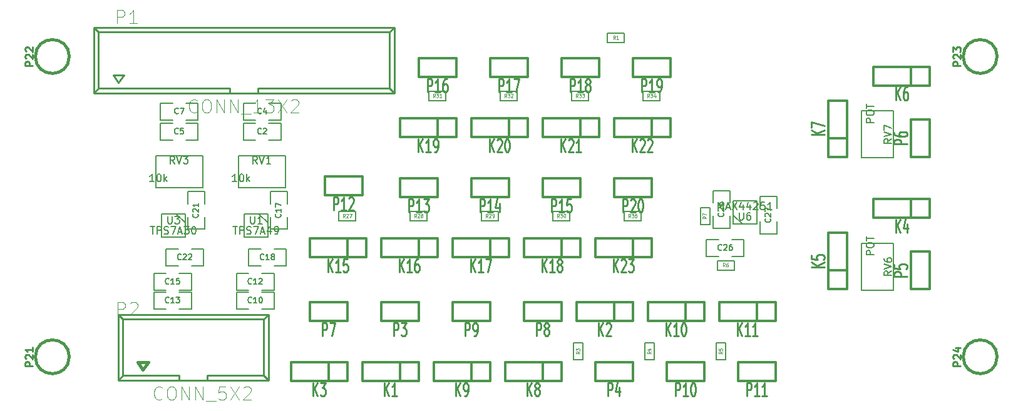
<source format=gto>
G04 (created by PCBNEW (2013-may-18)-stable) date 2014年05月12日 星期一 23时21分15秒*
%MOIN*%
G04 Gerber Fmt 3.4, Leading zero omitted, Abs format*
%FSLAX34Y34*%
G01*
G70*
G90*
G04 APERTURE LIST*
%ADD10C,0.00590551*%
%ADD11C,0.01*%
%ADD12C,0.016*%
%ADD13C,0.005*%
%ADD14C,0.012*%
%ADD15C,0.008*%
%ADD16C,0.015*%
%ADD17C,0.0035*%
%ADD18C,0.0045*%
%ADD19C,0.0106*%
%ADD20C,0.0107*%
%ADD21C,0.006*%
G04 APERTURE END LIST*
G54D10*
G54D11*
X37100Y-48225D02*
X36850Y-47975D01*
X37100Y-51225D02*
X36850Y-51475D01*
X44600Y-51225D02*
X44850Y-51475D01*
X44600Y-48225D02*
X44850Y-47975D01*
X41600Y-51475D02*
X41600Y-51225D01*
X41600Y-51225D02*
X44600Y-51225D01*
X44600Y-51225D02*
X44600Y-48225D01*
X44600Y-48225D02*
X37100Y-48225D01*
X37100Y-48225D02*
X37100Y-51225D01*
X37100Y-51225D02*
X40100Y-51225D01*
X40100Y-51225D02*
X40100Y-51475D01*
X36850Y-51475D02*
X44850Y-51475D01*
X44850Y-47975D02*
X36850Y-47975D01*
X36850Y-47975D02*
X36850Y-51475D01*
X44850Y-47975D02*
X44850Y-51475D01*
G54D12*
X37898Y-50500D02*
X38173Y-50921D01*
X38173Y-50921D02*
X38449Y-50500D01*
X38449Y-50500D02*
X37898Y-50500D01*
G54D11*
X51300Y-35925D02*
X44300Y-35925D01*
X35550Y-36175D02*
X51550Y-36175D01*
X35800Y-35925D02*
X42800Y-35925D01*
X51300Y-32925D02*
X35800Y-32925D01*
X35550Y-32675D02*
X51550Y-32675D01*
X51300Y-35925D02*
X51550Y-36175D01*
X51300Y-32925D02*
X51550Y-32675D01*
X35800Y-35925D02*
X35550Y-36175D01*
X35550Y-32675D02*
X35800Y-32925D01*
X35800Y-32925D02*
X35800Y-35925D01*
X42800Y-35925D02*
X42800Y-36175D01*
X51300Y-32925D02*
X51300Y-35925D01*
X44300Y-35925D02*
X44300Y-36175D01*
X35550Y-32675D02*
X35550Y-36175D01*
X51550Y-32675D02*
X51550Y-36175D01*
X36598Y-35200D02*
X36873Y-35621D01*
X36873Y-35621D02*
X37149Y-35200D01*
X37149Y-35200D02*
X36598Y-35200D01*
G54D13*
X71925Y-41675D02*
X71025Y-41675D01*
X71025Y-41675D02*
X71025Y-42325D01*
X71925Y-43025D02*
X71925Y-43675D01*
X71925Y-43675D02*
X71025Y-43675D01*
X71025Y-43675D02*
X71025Y-43025D01*
X71925Y-42325D02*
X71925Y-41675D01*
X69425Y-41375D02*
X68525Y-41375D01*
X68525Y-41375D02*
X68525Y-42025D01*
X69425Y-42725D02*
X69425Y-43375D01*
X69425Y-43375D02*
X68525Y-43375D01*
X68525Y-43375D02*
X68525Y-42725D01*
X69425Y-42025D02*
X69425Y-41375D01*
X70175Y-44875D02*
X70175Y-43975D01*
X70175Y-43975D02*
X69525Y-43975D01*
X68825Y-44875D02*
X68175Y-44875D01*
X68175Y-44875D02*
X68175Y-43975D01*
X68175Y-43975D02*
X68825Y-43975D01*
X69525Y-44875D02*
X70175Y-44875D01*
X40550Y-43425D02*
X41450Y-43425D01*
X41450Y-43425D02*
X41450Y-42775D01*
X40550Y-42075D02*
X40550Y-41425D01*
X40550Y-41425D02*
X41450Y-41425D01*
X41450Y-41425D02*
X41450Y-42075D01*
X40550Y-42775D02*
X40550Y-43425D01*
X39400Y-44475D02*
X39400Y-45375D01*
X39400Y-45375D02*
X40050Y-45375D01*
X40750Y-44475D02*
X41400Y-44475D01*
X41400Y-44475D02*
X41400Y-45375D01*
X41400Y-45375D02*
X40750Y-45375D01*
X40050Y-44475D02*
X39400Y-44475D01*
X44950Y-43425D02*
X45850Y-43425D01*
X45850Y-43425D02*
X45850Y-42775D01*
X44950Y-42075D02*
X44950Y-41425D01*
X44950Y-41425D02*
X45850Y-41425D01*
X45850Y-41425D02*
X45850Y-42075D01*
X44950Y-42775D02*
X44950Y-43425D01*
X43800Y-44475D02*
X43800Y-45375D01*
X43800Y-45375D02*
X44450Y-45375D01*
X45150Y-44475D02*
X45800Y-44475D01*
X45800Y-44475D02*
X45800Y-45375D01*
X45800Y-45375D02*
X45150Y-45375D01*
X44450Y-44475D02*
X43800Y-44475D01*
X39100Y-37775D02*
X39100Y-38675D01*
X39100Y-38675D02*
X39750Y-38675D01*
X40450Y-37775D02*
X41100Y-37775D01*
X41100Y-37775D02*
X41100Y-38675D01*
X41100Y-38675D02*
X40450Y-38675D01*
X39750Y-37775D02*
X39100Y-37775D01*
X45524Y-37600D02*
X45524Y-36700D01*
X45524Y-36700D02*
X44874Y-36700D01*
X44174Y-37600D02*
X43524Y-37600D01*
X43524Y-37600D02*
X43524Y-36700D01*
X43524Y-36700D02*
X44174Y-36700D01*
X44874Y-37600D02*
X45524Y-37600D01*
X39100Y-36700D02*
X39100Y-37600D01*
X39100Y-37600D02*
X39750Y-37600D01*
X40450Y-36700D02*
X41100Y-36700D01*
X41100Y-36700D02*
X41100Y-37600D01*
X41100Y-37600D02*
X40450Y-37600D01*
X39750Y-36700D02*
X39100Y-36700D01*
X45524Y-38675D02*
X45524Y-37775D01*
X45524Y-37775D02*
X44874Y-37775D01*
X44174Y-38675D02*
X43524Y-38675D01*
X43524Y-38675D02*
X43524Y-37775D01*
X43524Y-37775D02*
X44174Y-37775D01*
X44874Y-38675D02*
X45524Y-38675D01*
X40750Y-47675D02*
X40750Y-46775D01*
X40750Y-46775D02*
X40100Y-46775D01*
X39400Y-47675D02*
X38750Y-47675D01*
X38750Y-47675D02*
X38750Y-46775D01*
X38750Y-46775D02*
X39400Y-46775D01*
X40100Y-47675D02*
X40750Y-47675D01*
X43150Y-46775D02*
X43150Y-47675D01*
X43150Y-47675D02*
X43800Y-47675D01*
X44500Y-46775D02*
X45150Y-46775D01*
X45150Y-46775D02*
X45150Y-47675D01*
X45150Y-47675D02*
X44500Y-47675D01*
X43800Y-46775D02*
X43150Y-46775D01*
X40750Y-46675D02*
X40750Y-45775D01*
X40750Y-45775D02*
X40100Y-45775D01*
X39400Y-46675D02*
X38750Y-46675D01*
X38750Y-46675D02*
X38750Y-45775D01*
X38750Y-45775D02*
X39400Y-45775D01*
X40100Y-46675D02*
X40750Y-46675D01*
X43150Y-45775D02*
X43150Y-46675D01*
X43150Y-46675D02*
X43800Y-46675D01*
X44500Y-45775D02*
X45150Y-45775D01*
X45150Y-45775D02*
X45150Y-46675D01*
X45150Y-46675D02*
X44500Y-46675D01*
X43800Y-45775D02*
X43150Y-45775D01*
X63800Y-42475D02*
X64700Y-42475D01*
X64700Y-42475D02*
X64700Y-42975D01*
X64700Y-42975D02*
X63800Y-42975D01*
X63800Y-42975D02*
X63800Y-42475D01*
X48600Y-42475D02*
X49500Y-42475D01*
X49500Y-42475D02*
X49500Y-42975D01*
X49500Y-42975D02*
X48600Y-42975D01*
X48600Y-42975D02*
X48600Y-42475D01*
X52400Y-42475D02*
X53300Y-42475D01*
X53300Y-42475D02*
X53300Y-42975D01*
X53300Y-42975D02*
X52400Y-42975D01*
X52400Y-42975D02*
X52400Y-42475D01*
X56200Y-42475D02*
X57100Y-42475D01*
X57100Y-42475D02*
X57100Y-42975D01*
X57100Y-42975D02*
X56200Y-42975D01*
X56200Y-42975D02*
X56200Y-42475D01*
X60000Y-42475D02*
X60900Y-42475D01*
X60900Y-42475D02*
X60900Y-42975D01*
X60900Y-42975D02*
X60000Y-42975D01*
X60000Y-42975D02*
X60000Y-42475D01*
X53400Y-36075D02*
X54300Y-36075D01*
X54300Y-36075D02*
X54300Y-36575D01*
X54300Y-36575D02*
X53400Y-36575D01*
X53400Y-36575D02*
X53400Y-36075D01*
X57200Y-36075D02*
X58100Y-36075D01*
X58100Y-36075D02*
X58100Y-36575D01*
X58100Y-36575D02*
X57200Y-36575D01*
X57200Y-36575D02*
X57200Y-36075D01*
X61000Y-36075D02*
X61900Y-36075D01*
X61900Y-36075D02*
X61900Y-36575D01*
X61900Y-36575D02*
X61000Y-36575D01*
X61000Y-36575D02*
X61000Y-36075D01*
X64800Y-36075D02*
X65700Y-36075D01*
X65700Y-36075D02*
X65700Y-36575D01*
X65700Y-36575D02*
X64800Y-36575D01*
X64800Y-36575D02*
X64800Y-36075D01*
X61100Y-50375D02*
X61100Y-49475D01*
X61100Y-49475D02*
X61600Y-49475D01*
X61600Y-49475D02*
X61600Y-50375D01*
X61600Y-50375D02*
X61100Y-50375D01*
X63800Y-33475D02*
X62900Y-33475D01*
X62900Y-33475D02*
X62900Y-32975D01*
X62900Y-32975D02*
X63800Y-32975D01*
X63800Y-32975D02*
X63800Y-33475D01*
X68750Y-45100D02*
X69650Y-45100D01*
X69650Y-45100D02*
X69650Y-45600D01*
X69650Y-45600D02*
X68750Y-45600D01*
X68750Y-45600D02*
X68750Y-45100D01*
X68350Y-42275D02*
X68350Y-43175D01*
X68350Y-43175D02*
X67850Y-43175D01*
X67850Y-43175D02*
X67850Y-42275D01*
X67850Y-42275D02*
X68350Y-42275D01*
X64900Y-50375D02*
X64900Y-49475D01*
X64900Y-49475D02*
X65400Y-49475D01*
X65400Y-49475D02*
X65400Y-50375D01*
X65400Y-50375D02*
X64900Y-50375D01*
X68700Y-50375D02*
X68700Y-49475D01*
X68700Y-49475D02*
X69200Y-49475D01*
X69200Y-49475D02*
X69200Y-50375D01*
X69200Y-50375D02*
X68700Y-50375D01*
G54D14*
X60450Y-50525D02*
X60450Y-51525D01*
X60450Y-51525D02*
X57450Y-51525D01*
X57450Y-51525D02*
X57450Y-50525D01*
X57450Y-50525D02*
X60450Y-50525D01*
X59450Y-51525D02*
X59450Y-50525D01*
X57650Y-43925D02*
X57650Y-44925D01*
X57650Y-44925D02*
X54650Y-44925D01*
X54650Y-44925D02*
X54650Y-43925D01*
X54650Y-43925D02*
X57650Y-43925D01*
X56650Y-44925D02*
X56650Y-43925D01*
X64250Y-47325D02*
X64250Y-48325D01*
X64250Y-48325D02*
X61250Y-48325D01*
X61250Y-48325D02*
X61250Y-47325D01*
X61250Y-47325D02*
X64250Y-47325D01*
X63250Y-48325D02*
X63250Y-47325D01*
X56650Y-50525D02*
X56650Y-51525D01*
X56650Y-51525D02*
X53650Y-51525D01*
X53650Y-51525D02*
X53650Y-50525D01*
X53650Y-50525D02*
X56650Y-50525D01*
X55650Y-51525D02*
X55650Y-50525D01*
X68050Y-47325D02*
X68050Y-48325D01*
X68050Y-48325D02*
X65050Y-48325D01*
X65050Y-48325D02*
X65050Y-47325D01*
X65050Y-47325D02*
X68050Y-47325D01*
X67050Y-48325D02*
X67050Y-47325D01*
X71850Y-47325D02*
X71850Y-48325D01*
X71850Y-48325D02*
X68850Y-48325D01*
X68850Y-48325D02*
X68850Y-47325D01*
X68850Y-47325D02*
X71850Y-47325D01*
X70850Y-48325D02*
X70850Y-47325D01*
X52850Y-50525D02*
X52850Y-51525D01*
X52850Y-51525D02*
X49850Y-51525D01*
X49850Y-51525D02*
X49850Y-50525D01*
X49850Y-50525D02*
X52850Y-50525D01*
X51850Y-51525D02*
X51850Y-50525D01*
X54850Y-37525D02*
X54850Y-38525D01*
X54850Y-38525D02*
X51850Y-38525D01*
X51850Y-38525D02*
X51850Y-37525D01*
X51850Y-37525D02*
X54850Y-37525D01*
X53850Y-38525D02*
X53850Y-37525D01*
X50050Y-43925D02*
X50050Y-44925D01*
X50050Y-44925D02*
X47050Y-44925D01*
X47050Y-44925D02*
X47050Y-43925D01*
X47050Y-43925D02*
X50050Y-43925D01*
X49050Y-44925D02*
X49050Y-43925D01*
X61450Y-43925D02*
X61450Y-44925D01*
X61450Y-44925D02*
X58450Y-44925D01*
X58450Y-44925D02*
X58450Y-43925D01*
X58450Y-43925D02*
X61450Y-43925D01*
X60450Y-44925D02*
X60450Y-43925D01*
X53850Y-43925D02*
X53850Y-44925D01*
X53850Y-44925D02*
X50850Y-44925D01*
X50850Y-44925D02*
X50850Y-43925D01*
X50850Y-43925D02*
X53850Y-43925D01*
X52850Y-44925D02*
X52850Y-43925D01*
X58650Y-37525D02*
X58650Y-38525D01*
X58650Y-38525D02*
X55650Y-38525D01*
X55650Y-38525D02*
X55650Y-37525D01*
X55650Y-37525D02*
X58650Y-37525D01*
X57650Y-38525D02*
X57650Y-37525D01*
X62450Y-37525D02*
X62450Y-38525D01*
X62450Y-38525D02*
X59450Y-38525D01*
X59450Y-38525D02*
X59450Y-37525D01*
X59450Y-37525D02*
X62450Y-37525D01*
X61450Y-38525D02*
X61450Y-37525D01*
X80075Y-41825D02*
X80075Y-42825D01*
X80075Y-42825D02*
X77075Y-42825D01*
X77075Y-42825D02*
X77075Y-41825D01*
X77075Y-41825D02*
X80075Y-41825D01*
X79075Y-42825D02*
X79075Y-41825D01*
X66250Y-37525D02*
X66250Y-38525D01*
X66250Y-38525D02*
X63250Y-38525D01*
X63250Y-38525D02*
X63250Y-37525D01*
X63250Y-37525D02*
X66250Y-37525D01*
X65250Y-38525D02*
X65250Y-37525D01*
X75675Y-46625D02*
X74675Y-46625D01*
X74675Y-46625D02*
X74675Y-43625D01*
X74675Y-43625D02*
X75675Y-43625D01*
X75675Y-43625D02*
X75675Y-46625D01*
X74675Y-45625D02*
X75675Y-45625D01*
X80075Y-34775D02*
X80075Y-35775D01*
X80075Y-35775D02*
X77075Y-35775D01*
X77075Y-35775D02*
X77075Y-34775D01*
X77075Y-34775D02*
X80075Y-34775D01*
X79075Y-35775D02*
X79075Y-34775D01*
X65250Y-43925D02*
X65250Y-44925D01*
X65250Y-44925D02*
X62250Y-44925D01*
X62250Y-44925D02*
X62250Y-43925D01*
X62250Y-43925D02*
X65250Y-43925D01*
X64250Y-44925D02*
X64250Y-43925D01*
X75675Y-39575D02*
X74675Y-39575D01*
X74675Y-39575D02*
X74675Y-36575D01*
X74675Y-36575D02*
X75675Y-36575D01*
X75675Y-36575D02*
X75675Y-39575D01*
X74675Y-38575D02*
X75675Y-38575D01*
X49050Y-50525D02*
X49050Y-51525D01*
X49050Y-51525D02*
X46050Y-51525D01*
X46050Y-51525D02*
X46050Y-50525D01*
X46050Y-50525D02*
X49050Y-50525D01*
X48050Y-51525D02*
X48050Y-50525D01*
X65250Y-40725D02*
X65250Y-41725D01*
X65250Y-41725D02*
X63250Y-41725D01*
X63250Y-41725D02*
X63250Y-40725D01*
X63250Y-40725D02*
X65250Y-40725D01*
X49850Y-40625D02*
X49850Y-41625D01*
X49850Y-41625D02*
X47850Y-41625D01*
X47850Y-41625D02*
X47850Y-40625D01*
X47850Y-40625D02*
X49850Y-40625D01*
X66250Y-34325D02*
X66250Y-35325D01*
X66250Y-35325D02*
X64250Y-35325D01*
X64250Y-35325D02*
X64250Y-34325D01*
X64250Y-34325D02*
X66250Y-34325D01*
X61450Y-40725D02*
X61450Y-41725D01*
X61450Y-41725D02*
X59450Y-41725D01*
X59450Y-41725D02*
X59450Y-40725D01*
X59450Y-40725D02*
X61450Y-40725D01*
X53850Y-40725D02*
X53850Y-41725D01*
X53850Y-41725D02*
X51850Y-41725D01*
X51850Y-41725D02*
X51850Y-40725D01*
X51850Y-40725D02*
X53850Y-40725D01*
X62450Y-34325D02*
X62450Y-35325D01*
X62450Y-35325D02*
X60450Y-35325D01*
X60450Y-35325D02*
X60450Y-34325D01*
X60450Y-34325D02*
X62450Y-34325D01*
X57650Y-40725D02*
X57650Y-41725D01*
X57650Y-41725D02*
X55650Y-41725D01*
X55650Y-41725D02*
X55650Y-40725D01*
X55650Y-40725D02*
X57650Y-40725D01*
X49050Y-47325D02*
X49050Y-48325D01*
X49050Y-48325D02*
X47050Y-48325D01*
X47050Y-48325D02*
X47050Y-47325D01*
X47050Y-47325D02*
X49050Y-47325D01*
X71850Y-50525D02*
X71850Y-51525D01*
X71850Y-51525D02*
X69850Y-51525D01*
X69850Y-51525D02*
X69850Y-50525D01*
X69850Y-50525D02*
X71850Y-50525D01*
X54850Y-34325D02*
X54850Y-35325D01*
X54850Y-35325D02*
X52850Y-35325D01*
X52850Y-35325D02*
X52850Y-34325D01*
X52850Y-34325D02*
X54850Y-34325D01*
X80075Y-46625D02*
X79075Y-46625D01*
X79075Y-46625D02*
X79075Y-44625D01*
X79075Y-44625D02*
X80075Y-44625D01*
X80075Y-44625D02*
X80075Y-46625D01*
X58650Y-34325D02*
X58650Y-35325D01*
X58650Y-35325D02*
X56650Y-35325D01*
X56650Y-35325D02*
X56650Y-34325D01*
X56650Y-34325D02*
X58650Y-34325D01*
X68050Y-50525D02*
X68050Y-51525D01*
X68050Y-51525D02*
X66050Y-51525D01*
X66050Y-51525D02*
X66050Y-50525D01*
X66050Y-50525D02*
X68050Y-50525D01*
X52850Y-47325D02*
X52850Y-48325D01*
X52850Y-48325D02*
X50850Y-48325D01*
X50850Y-48325D02*
X50850Y-47325D01*
X50850Y-47325D02*
X52850Y-47325D01*
X56650Y-47325D02*
X56650Y-48325D01*
X56650Y-48325D02*
X54650Y-48325D01*
X54650Y-48325D02*
X54650Y-47325D01*
X54650Y-47325D02*
X56650Y-47325D01*
X80075Y-39575D02*
X79075Y-39575D01*
X79075Y-39575D02*
X79075Y-37575D01*
X79075Y-37575D02*
X80075Y-37575D01*
X80075Y-37575D02*
X80075Y-39575D01*
X60450Y-47325D02*
X60450Y-48325D01*
X60450Y-48325D02*
X58450Y-48325D01*
X58450Y-48325D02*
X58450Y-47325D01*
X58450Y-47325D02*
X60450Y-47325D01*
X64250Y-50525D02*
X64250Y-51525D01*
X64250Y-51525D02*
X62250Y-51525D01*
X62250Y-51525D02*
X62250Y-50525D01*
X62250Y-50525D02*
X64250Y-50525D01*
G54D15*
X70099Y-43150D02*
X69599Y-42675D01*
X69599Y-43150D02*
X70849Y-43150D01*
X70849Y-43150D02*
X70849Y-41900D01*
X70849Y-41900D02*
X69599Y-41900D01*
X69599Y-41900D02*
X69599Y-43150D01*
X44325Y-42600D02*
X44825Y-43075D01*
X44825Y-42600D02*
X43575Y-42600D01*
X43575Y-42600D02*
X43575Y-43850D01*
X43575Y-43850D02*
X44825Y-43850D01*
X44825Y-43850D02*
X44825Y-42600D01*
X39925Y-42600D02*
X40425Y-43075D01*
X40425Y-42600D02*
X39175Y-42600D01*
X39175Y-42600D02*
X39175Y-43850D01*
X39175Y-43850D02*
X40425Y-43850D01*
X40425Y-43850D02*
X40425Y-42600D01*
G54D10*
X45750Y-41225D02*
X43250Y-41225D01*
X43250Y-41225D02*
X43250Y-39525D01*
X43250Y-39525D02*
X45750Y-39525D01*
X45750Y-39525D02*
X45750Y-41225D01*
X76425Y-46675D02*
X76425Y-44175D01*
X76425Y-44175D02*
X78125Y-44175D01*
X78125Y-44175D02*
X78125Y-46675D01*
X78125Y-46675D02*
X76425Y-46675D01*
X76425Y-39625D02*
X76425Y-37125D01*
X76425Y-37125D02*
X78125Y-37125D01*
X78125Y-37125D02*
X78125Y-39625D01*
X78125Y-39625D02*
X76425Y-39625D01*
X41350Y-41225D02*
X38850Y-41225D01*
X38850Y-41225D02*
X38850Y-39525D01*
X38850Y-39525D02*
X41350Y-39525D01*
X41350Y-39525D02*
X41350Y-41225D01*
G54D16*
X34250Y-50225D02*
G75*
G03X34250Y-50225I-900J0D01*
G74*
G01*
X34250Y-34225D02*
G75*
G03X34250Y-34225I-900J0D01*
G74*
G01*
X83650Y-34225D02*
G75*
G03X83650Y-34225I-900J0D01*
G74*
G01*
X83650Y-50225D02*
G75*
G03X83650Y-50225I-900J0D01*
G74*
G01*
G54D17*
X36833Y-48008D02*
X36833Y-47308D01*
X37100Y-47308D01*
X37166Y-47341D01*
X37200Y-47375D01*
X37233Y-47441D01*
X37233Y-47541D01*
X37200Y-47608D01*
X37166Y-47641D01*
X37100Y-47675D01*
X36833Y-47675D01*
X37500Y-47375D02*
X37533Y-47341D01*
X37600Y-47308D01*
X37766Y-47308D01*
X37833Y-47341D01*
X37866Y-47375D01*
X37900Y-47441D01*
X37900Y-47508D01*
X37866Y-47608D01*
X37466Y-48008D01*
X37900Y-48008D01*
X39200Y-52441D02*
X39166Y-52475D01*
X39066Y-52508D01*
X39000Y-52508D01*
X38900Y-52475D01*
X38833Y-52408D01*
X38800Y-52341D01*
X38766Y-52208D01*
X38766Y-52108D01*
X38800Y-51975D01*
X38833Y-51908D01*
X38900Y-51841D01*
X39000Y-51808D01*
X39066Y-51808D01*
X39166Y-51841D01*
X39200Y-51875D01*
X39633Y-51808D02*
X39766Y-51808D01*
X39833Y-51841D01*
X39900Y-51908D01*
X39933Y-52041D01*
X39933Y-52275D01*
X39900Y-52408D01*
X39833Y-52475D01*
X39766Y-52508D01*
X39633Y-52508D01*
X39566Y-52475D01*
X39500Y-52408D01*
X39466Y-52275D01*
X39466Y-52041D01*
X39500Y-51908D01*
X39566Y-51841D01*
X39633Y-51808D01*
X40233Y-52508D02*
X40233Y-51808D01*
X40633Y-52508D01*
X40633Y-51808D01*
X40966Y-52508D02*
X40966Y-51808D01*
X41366Y-52508D01*
X41366Y-51808D01*
X41533Y-52575D02*
X42066Y-52575D01*
X42566Y-51808D02*
X42233Y-51808D01*
X42200Y-52141D01*
X42233Y-52108D01*
X42300Y-52075D01*
X42466Y-52075D01*
X42533Y-52108D01*
X42566Y-52141D01*
X42600Y-52208D01*
X42600Y-52375D01*
X42566Y-52441D01*
X42533Y-52475D01*
X42466Y-52508D01*
X42300Y-52508D01*
X42233Y-52475D01*
X42200Y-52441D01*
X42833Y-51808D02*
X43300Y-52508D01*
X43300Y-51808D02*
X42833Y-52508D01*
X43533Y-51875D02*
X43566Y-51841D01*
X43633Y-51808D01*
X43800Y-51808D01*
X43866Y-51841D01*
X43900Y-51875D01*
X43933Y-51941D01*
X43933Y-52008D01*
X43900Y-52108D01*
X43500Y-52508D01*
X43933Y-52508D01*
X36783Y-32458D02*
X36783Y-31758D01*
X37050Y-31758D01*
X37116Y-31791D01*
X37150Y-31825D01*
X37183Y-31891D01*
X37183Y-31991D01*
X37150Y-32058D01*
X37116Y-32091D01*
X37050Y-32125D01*
X36783Y-32125D01*
X37850Y-32458D02*
X37450Y-32458D01*
X37650Y-32458D02*
X37650Y-31758D01*
X37583Y-31858D01*
X37516Y-31925D01*
X37450Y-31958D01*
X41066Y-37141D02*
X41033Y-37175D01*
X40933Y-37208D01*
X40866Y-37208D01*
X40766Y-37175D01*
X40700Y-37108D01*
X40666Y-37041D01*
X40633Y-36908D01*
X40633Y-36808D01*
X40666Y-36675D01*
X40700Y-36608D01*
X40766Y-36541D01*
X40866Y-36508D01*
X40933Y-36508D01*
X41033Y-36541D01*
X41066Y-36575D01*
X41500Y-36508D02*
X41633Y-36508D01*
X41700Y-36541D01*
X41766Y-36608D01*
X41800Y-36741D01*
X41800Y-36975D01*
X41766Y-37108D01*
X41700Y-37175D01*
X41633Y-37208D01*
X41500Y-37208D01*
X41433Y-37175D01*
X41366Y-37108D01*
X41333Y-36975D01*
X41333Y-36741D01*
X41366Y-36608D01*
X41433Y-36541D01*
X41500Y-36508D01*
X42100Y-37208D02*
X42100Y-36508D01*
X42500Y-37208D01*
X42500Y-36508D01*
X42833Y-37208D02*
X42833Y-36508D01*
X43233Y-37208D01*
X43233Y-36508D01*
X43400Y-37275D02*
X43933Y-37275D01*
X44466Y-37208D02*
X44066Y-37208D01*
X44266Y-37208D02*
X44266Y-36508D01*
X44200Y-36608D01*
X44133Y-36675D01*
X44066Y-36708D01*
X44700Y-36508D02*
X45133Y-36508D01*
X44900Y-36775D01*
X45000Y-36775D01*
X45066Y-36808D01*
X45100Y-36841D01*
X45133Y-36908D01*
X45133Y-37075D01*
X45100Y-37141D01*
X45066Y-37175D01*
X45000Y-37208D01*
X44800Y-37208D01*
X44733Y-37175D01*
X44700Y-37141D01*
X45366Y-36508D02*
X45833Y-37208D01*
X45833Y-36508D02*
X45366Y-37208D01*
X46066Y-36575D02*
X46100Y-36541D01*
X46166Y-36508D01*
X46333Y-36508D01*
X46400Y-36541D01*
X46433Y-36575D01*
X46466Y-36641D01*
X46466Y-36708D01*
X46433Y-36808D01*
X46033Y-37208D01*
X46466Y-37208D01*
G54D13*
X71568Y-42867D02*
X71582Y-42882D01*
X71596Y-42925D01*
X71596Y-42953D01*
X71582Y-42996D01*
X71553Y-43025D01*
X71525Y-43039D01*
X71468Y-43053D01*
X71425Y-43053D01*
X71368Y-43039D01*
X71339Y-43025D01*
X71310Y-42996D01*
X71296Y-42953D01*
X71296Y-42925D01*
X71310Y-42882D01*
X71325Y-42867D01*
X71325Y-42753D02*
X71310Y-42739D01*
X71296Y-42710D01*
X71296Y-42639D01*
X71310Y-42610D01*
X71325Y-42596D01*
X71353Y-42582D01*
X71382Y-42582D01*
X71425Y-42596D01*
X71596Y-42767D01*
X71596Y-42582D01*
X71296Y-42482D02*
X71296Y-42282D01*
X71596Y-42410D01*
X69068Y-42567D02*
X69082Y-42582D01*
X69096Y-42625D01*
X69096Y-42653D01*
X69082Y-42696D01*
X69053Y-42725D01*
X69025Y-42739D01*
X68968Y-42753D01*
X68925Y-42753D01*
X68868Y-42739D01*
X68839Y-42725D01*
X68810Y-42696D01*
X68796Y-42653D01*
X68796Y-42625D01*
X68810Y-42582D01*
X68825Y-42567D01*
X68825Y-42453D02*
X68810Y-42439D01*
X68796Y-42410D01*
X68796Y-42339D01*
X68810Y-42310D01*
X68825Y-42296D01*
X68853Y-42282D01*
X68882Y-42282D01*
X68925Y-42296D01*
X69096Y-42467D01*
X69096Y-42282D01*
X68796Y-42010D02*
X68796Y-42153D01*
X68939Y-42167D01*
X68925Y-42153D01*
X68910Y-42125D01*
X68910Y-42053D01*
X68925Y-42025D01*
X68939Y-42010D01*
X68968Y-41996D01*
X69039Y-41996D01*
X69068Y-42010D01*
X69082Y-42025D01*
X69096Y-42053D01*
X69096Y-42125D01*
X69082Y-42153D01*
X69068Y-42167D01*
X68982Y-44517D02*
X68968Y-44532D01*
X68925Y-44546D01*
X68896Y-44546D01*
X68853Y-44532D01*
X68825Y-44503D01*
X68810Y-44475D01*
X68796Y-44417D01*
X68796Y-44375D01*
X68810Y-44317D01*
X68825Y-44289D01*
X68853Y-44260D01*
X68896Y-44246D01*
X68925Y-44246D01*
X68968Y-44260D01*
X68982Y-44275D01*
X69096Y-44275D02*
X69110Y-44260D01*
X69139Y-44246D01*
X69210Y-44246D01*
X69239Y-44260D01*
X69253Y-44275D01*
X69268Y-44303D01*
X69268Y-44332D01*
X69253Y-44375D01*
X69082Y-44546D01*
X69268Y-44546D01*
X69525Y-44246D02*
X69468Y-44246D01*
X69439Y-44260D01*
X69425Y-44275D01*
X69396Y-44317D01*
X69382Y-44375D01*
X69382Y-44489D01*
X69396Y-44517D01*
X69410Y-44532D01*
X69439Y-44546D01*
X69496Y-44546D01*
X69525Y-44532D01*
X69539Y-44517D01*
X69553Y-44489D01*
X69553Y-44417D01*
X69539Y-44389D01*
X69525Y-44375D01*
X69496Y-44360D01*
X69439Y-44360D01*
X69410Y-44375D01*
X69396Y-44389D01*
X69382Y-44417D01*
X41092Y-42617D02*
X41107Y-42632D01*
X41121Y-42675D01*
X41121Y-42703D01*
X41107Y-42746D01*
X41078Y-42775D01*
X41050Y-42789D01*
X40992Y-42803D01*
X40950Y-42803D01*
X40892Y-42789D01*
X40864Y-42775D01*
X40835Y-42746D01*
X40821Y-42703D01*
X40821Y-42675D01*
X40835Y-42632D01*
X40850Y-42617D01*
X40850Y-42503D02*
X40835Y-42489D01*
X40821Y-42460D01*
X40821Y-42389D01*
X40835Y-42360D01*
X40850Y-42346D01*
X40878Y-42332D01*
X40907Y-42332D01*
X40950Y-42346D01*
X41121Y-42517D01*
X41121Y-42332D01*
X41121Y-42046D02*
X41121Y-42217D01*
X41121Y-42132D02*
X40821Y-42132D01*
X40864Y-42160D01*
X40892Y-42189D01*
X40907Y-42217D01*
X40207Y-45017D02*
X40192Y-45032D01*
X40150Y-45046D01*
X40121Y-45046D01*
X40078Y-45032D01*
X40050Y-45003D01*
X40035Y-44975D01*
X40021Y-44917D01*
X40021Y-44875D01*
X40035Y-44817D01*
X40050Y-44789D01*
X40078Y-44760D01*
X40121Y-44746D01*
X40150Y-44746D01*
X40192Y-44760D01*
X40207Y-44775D01*
X40321Y-44775D02*
X40335Y-44760D01*
X40364Y-44746D01*
X40435Y-44746D01*
X40464Y-44760D01*
X40478Y-44775D01*
X40492Y-44803D01*
X40492Y-44832D01*
X40478Y-44875D01*
X40307Y-45046D01*
X40492Y-45046D01*
X40607Y-44775D02*
X40621Y-44760D01*
X40650Y-44746D01*
X40721Y-44746D01*
X40750Y-44760D01*
X40764Y-44775D01*
X40778Y-44803D01*
X40778Y-44832D01*
X40764Y-44875D01*
X40592Y-45046D01*
X40778Y-45046D01*
X45492Y-42617D02*
X45507Y-42632D01*
X45521Y-42675D01*
X45521Y-42703D01*
X45507Y-42746D01*
X45478Y-42775D01*
X45450Y-42789D01*
X45392Y-42803D01*
X45350Y-42803D01*
X45292Y-42789D01*
X45264Y-42775D01*
X45235Y-42746D01*
X45221Y-42703D01*
X45221Y-42675D01*
X45235Y-42632D01*
X45250Y-42617D01*
X45521Y-42332D02*
X45521Y-42503D01*
X45521Y-42417D02*
X45221Y-42417D01*
X45264Y-42446D01*
X45292Y-42475D01*
X45307Y-42503D01*
X45221Y-42232D02*
X45221Y-42032D01*
X45521Y-42160D01*
X44607Y-45017D02*
X44592Y-45032D01*
X44550Y-45046D01*
X44521Y-45046D01*
X44478Y-45032D01*
X44450Y-45003D01*
X44435Y-44975D01*
X44421Y-44917D01*
X44421Y-44875D01*
X44435Y-44817D01*
X44450Y-44789D01*
X44478Y-44760D01*
X44521Y-44746D01*
X44550Y-44746D01*
X44592Y-44760D01*
X44607Y-44775D01*
X44892Y-45046D02*
X44721Y-45046D01*
X44807Y-45046D02*
X44807Y-44746D01*
X44778Y-44789D01*
X44750Y-44817D01*
X44721Y-44832D01*
X45064Y-44875D02*
X45035Y-44860D01*
X45021Y-44846D01*
X45007Y-44817D01*
X45007Y-44803D01*
X45021Y-44775D01*
X45035Y-44760D01*
X45064Y-44746D01*
X45121Y-44746D01*
X45150Y-44760D01*
X45164Y-44775D01*
X45178Y-44803D01*
X45178Y-44817D01*
X45164Y-44846D01*
X45150Y-44860D01*
X45121Y-44875D01*
X45064Y-44875D01*
X45035Y-44889D01*
X45021Y-44903D01*
X45007Y-44932D01*
X45007Y-44989D01*
X45021Y-45017D01*
X45035Y-45032D01*
X45064Y-45046D01*
X45121Y-45046D01*
X45150Y-45032D01*
X45164Y-45017D01*
X45178Y-44989D01*
X45178Y-44932D01*
X45164Y-44903D01*
X45150Y-44889D01*
X45121Y-44875D01*
X40050Y-38317D02*
X40035Y-38332D01*
X39992Y-38346D01*
X39964Y-38346D01*
X39921Y-38332D01*
X39892Y-38303D01*
X39878Y-38275D01*
X39864Y-38217D01*
X39864Y-38175D01*
X39878Y-38117D01*
X39892Y-38089D01*
X39921Y-38060D01*
X39964Y-38046D01*
X39992Y-38046D01*
X40035Y-38060D01*
X40050Y-38075D01*
X40321Y-38046D02*
X40178Y-38046D01*
X40164Y-38189D01*
X40178Y-38175D01*
X40207Y-38160D01*
X40278Y-38160D01*
X40307Y-38175D01*
X40321Y-38189D01*
X40335Y-38217D01*
X40335Y-38289D01*
X40321Y-38317D01*
X40307Y-38332D01*
X40278Y-38346D01*
X40207Y-38346D01*
X40178Y-38332D01*
X40164Y-38317D01*
X44474Y-37243D02*
X44460Y-37257D01*
X44417Y-37271D01*
X44389Y-37271D01*
X44346Y-37257D01*
X44317Y-37228D01*
X44303Y-37200D01*
X44289Y-37143D01*
X44289Y-37100D01*
X44303Y-37043D01*
X44317Y-37014D01*
X44346Y-36985D01*
X44389Y-36971D01*
X44417Y-36971D01*
X44460Y-36985D01*
X44474Y-37000D01*
X44731Y-37071D02*
X44731Y-37271D01*
X44660Y-36957D02*
X44589Y-37171D01*
X44774Y-37171D01*
X40050Y-37243D02*
X40035Y-37257D01*
X39992Y-37271D01*
X39964Y-37271D01*
X39921Y-37257D01*
X39892Y-37228D01*
X39878Y-37200D01*
X39864Y-37143D01*
X39864Y-37100D01*
X39878Y-37043D01*
X39892Y-37014D01*
X39921Y-36985D01*
X39964Y-36971D01*
X39992Y-36971D01*
X40035Y-36985D01*
X40050Y-37000D01*
X40150Y-36971D02*
X40350Y-36971D01*
X40221Y-37271D01*
X44474Y-38317D02*
X44460Y-38332D01*
X44417Y-38346D01*
X44389Y-38346D01*
X44346Y-38332D01*
X44317Y-38303D01*
X44303Y-38275D01*
X44289Y-38217D01*
X44289Y-38175D01*
X44303Y-38117D01*
X44317Y-38089D01*
X44346Y-38060D01*
X44389Y-38046D01*
X44417Y-38046D01*
X44460Y-38060D01*
X44474Y-38075D01*
X44589Y-38075D02*
X44603Y-38060D01*
X44631Y-38046D01*
X44703Y-38046D01*
X44731Y-38060D01*
X44746Y-38075D01*
X44760Y-38103D01*
X44760Y-38132D01*
X44746Y-38175D01*
X44574Y-38346D01*
X44760Y-38346D01*
X39557Y-47317D02*
X39542Y-47332D01*
X39500Y-47346D01*
X39471Y-47346D01*
X39428Y-47332D01*
X39400Y-47303D01*
X39385Y-47275D01*
X39371Y-47217D01*
X39371Y-47175D01*
X39385Y-47117D01*
X39400Y-47089D01*
X39428Y-47060D01*
X39471Y-47046D01*
X39500Y-47046D01*
X39542Y-47060D01*
X39557Y-47075D01*
X39842Y-47346D02*
X39671Y-47346D01*
X39757Y-47346D02*
X39757Y-47046D01*
X39728Y-47089D01*
X39700Y-47117D01*
X39671Y-47132D01*
X39942Y-47046D02*
X40128Y-47046D01*
X40028Y-47160D01*
X40071Y-47160D01*
X40100Y-47175D01*
X40114Y-47189D01*
X40128Y-47217D01*
X40128Y-47289D01*
X40114Y-47317D01*
X40100Y-47332D01*
X40071Y-47346D01*
X39985Y-47346D01*
X39957Y-47332D01*
X39942Y-47317D01*
X43957Y-47317D02*
X43942Y-47332D01*
X43900Y-47346D01*
X43871Y-47346D01*
X43828Y-47332D01*
X43800Y-47303D01*
X43785Y-47275D01*
X43771Y-47217D01*
X43771Y-47175D01*
X43785Y-47117D01*
X43800Y-47089D01*
X43828Y-47060D01*
X43871Y-47046D01*
X43900Y-47046D01*
X43942Y-47060D01*
X43957Y-47075D01*
X44242Y-47346D02*
X44071Y-47346D01*
X44157Y-47346D02*
X44157Y-47046D01*
X44128Y-47089D01*
X44100Y-47117D01*
X44071Y-47132D01*
X44428Y-47046D02*
X44457Y-47046D01*
X44485Y-47060D01*
X44500Y-47075D01*
X44514Y-47103D01*
X44528Y-47160D01*
X44528Y-47232D01*
X44514Y-47289D01*
X44500Y-47317D01*
X44485Y-47332D01*
X44457Y-47346D01*
X44428Y-47346D01*
X44400Y-47332D01*
X44385Y-47317D01*
X44371Y-47289D01*
X44357Y-47232D01*
X44357Y-47160D01*
X44371Y-47103D01*
X44385Y-47075D01*
X44400Y-47060D01*
X44428Y-47046D01*
X39557Y-46317D02*
X39542Y-46332D01*
X39500Y-46346D01*
X39471Y-46346D01*
X39428Y-46332D01*
X39400Y-46303D01*
X39385Y-46275D01*
X39371Y-46217D01*
X39371Y-46175D01*
X39385Y-46117D01*
X39400Y-46089D01*
X39428Y-46060D01*
X39471Y-46046D01*
X39500Y-46046D01*
X39542Y-46060D01*
X39557Y-46075D01*
X39842Y-46346D02*
X39671Y-46346D01*
X39757Y-46346D02*
X39757Y-46046D01*
X39728Y-46089D01*
X39700Y-46117D01*
X39671Y-46132D01*
X40114Y-46046D02*
X39971Y-46046D01*
X39957Y-46189D01*
X39971Y-46175D01*
X40000Y-46160D01*
X40071Y-46160D01*
X40100Y-46175D01*
X40114Y-46189D01*
X40128Y-46217D01*
X40128Y-46289D01*
X40114Y-46317D01*
X40100Y-46332D01*
X40071Y-46346D01*
X40000Y-46346D01*
X39971Y-46332D01*
X39957Y-46317D01*
X43957Y-46317D02*
X43942Y-46332D01*
X43900Y-46346D01*
X43871Y-46346D01*
X43828Y-46332D01*
X43800Y-46303D01*
X43785Y-46275D01*
X43771Y-46217D01*
X43771Y-46175D01*
X43785Y-46117D01*
X43800Y-46089D01*
X43828Y-46060D01*
X43871Y-46046D01*
X43900Y-46046D01*
X43942Y-46060D01*
X43957Y-46075D01*
X44242Y-46346D02*
X44071Y-46346D01*
X44157Y-46346D02*
X44157Y-46046D01*
X44128Y-46089D01*
X44100Y-46117D01*
X44071Y-46132D01*
X44357Y-46075D02*
X44371Y-46060D01*
X44400Y-46046D01*
X44471Y-46046D01*
X44500Y-46060D01*
X44514Y-46075D01*
X44528Y-46103D01*
X44528Y-46132D01*
X44514Y-46175D01*
X44342Y-46346D01*
X44528Y-46346D01*
G54D18*
X64134Y-42805D02*
X64074Y-42710D01*
X64031Y-42805D02*
X64031Y-42605D01*
X64100Y-42605D01*
X64117Y-42615D01*
X64125Y-42625D01*
X64134Y-42644D01*
X64134Y-42672D01*
X64125Y-42691D01*
X64117Y-42701D01*
X64100Y-42710D01*
X64031Y-42710D01*
X64194Y-42605D02*
X64305Y-42605D01*
X64245Y-42682D01*
X64271Y-42682D01*
X64288Y-42691D01*
X64297Y-42701D01*
X64305Y-42720D01*
X64305Y-42767D01*
X64297Y-42786D01*
X64288Y-42796D01*
X64271Y-42805D01*
X64220Y-42805D01*
X64202Y-42796D01*
X64194Y-42786D01*
X64468Y-42605D02*
X64382Y-42605D01*
X64374Y-42701D01*
X64382Y-42691D01*
X64400Y-42682D01*
X64442Y-42682D01*
X64460Y-42691D01*
X64468Y-42701D01*
X64477Y-42720D01*
X64477Y-42767D01*
X64468Y-42786D01*
X64460Y-42796D01*
X64442Y-42805D01*
X64400Y-42805D01*
X64382Y-42796D01*
X64374Y-42786D01*
X48934Y-42805D02*
X48874Y-42710D01*
X48831Y-42805D02*
X48831Y-42605D01*
X48900Y-42605D01*
X48917Y-42615D01*
X48925Y-42625D01*
X48934Y-42644D01*
X48934Y-42672D01*
X48925Y-42691D01*
X48917Y-42701D01*
X48900Y-42710D01*
X48831Y-42710D01*
X49002Y-42625D02*
X49011Y-42615D01*
X49028Y-42605D01*
X49071Y-42605D01*
X49088Y-42615D01*
X49097Y-42625D01*
X49105Y-42644D01*
X49105Y-42663D01*
X49097Y-42691D01*
X48994Y-42805D01*
X49105Y-42805D01*
X49165Y-42605D02*
X49285Y-42605D01*
X49208Y-42805D01*
X52734Y-42805D02*
X52674Y-42710D01*
X52631Y-42805D02*
X52631Y-42605D01*
X52700Y-42605D01*
X52717Y-42615D01*
X52725Y-42625D01*
X52734Y-42644D01*
X52734Y-42672D01*
X52725Y-42691D01*
X52717Y-42701D01*
X52700Y-42710D01*
X52631Y-42710D01*
X52802Y-42625D02*
X52811Y-42615D01*
X52828Y-42605D01*
X52871Y-42605D01*
X52888Y-42615D01*
X52897Y-42625D01*
X52905Y-42644D01*
X52905Y-42663D01*
X52897Y-42691D01*
X52794Y-42805D01*
X52905Y-42805D01*
X53008Y-42691D02*
X52991Y-42682D01*
X52982Y-42672D01*
X52974Y-42653D01*
X52974Y-42644D01*
X52982Y-42625D01*
X52991Y-42615D01*
X53008Y-42605D01*
X53042Y-42605D01*
X53060Y-42615D01*
X53068Y-42625D01*
X53077Y-42644D01*
X53077Y-42653D01*
X53068Y-42672D01*
X53060Y-42682D01*
X53042Y-42691D01*
X53008Y-42691D01*
X52991Y-42701D01*
X52982Y-42710D01*
X52974Y-42729D01*
X52974Y-42767D01*
X52982Y-42786D01*
X52991Y-42796D01*
X53008Y-42805D01*
X53042Y-42805D01*
X53060Y-42796D01*
X53068Y-42786D01*
X53077Y-42767D01*
X53077Y-42729D01*
X53068Y-42710D01*
X53060Y-42701D01*
X53042Y-42691D01*
X56534Y-42805D02*
X56474Y-42710D01*
X56431Y-42805D02*
X56431Y-42605D01*
X56500Y-42605D01*
X56517Y-42615D01*
X56525Y-42625D01*
X56534Y-42644D01*
X56534Y-42672D01*
X56525Y-42691D01*
X56517Y-42701D01*
X56500Y-42710D01*
X56431Y-42710D01*
X56602Y-42625D02*
X56611Y-42615D01*
X56628Y-42605D01*
X56671Y-42605D01*
X56688Y-42615D01*
X56697Y-42625D01*
X56705Y-42644D01*
X56705Y-42663D01*
X56697Y-42691D01*
X56594Y-42805D01*
X56705Y-42805D01*
X56791Y-42805D02*
X56825Y-42805D01*
X56842Y-42796D01*
X56851Y-42786D01*
X56868Y-42758D01*
X56877Y-42720D01*
X56877Y-42644D01*
X56868Y-42625D01*
X56860Y-42615D01*
X56842Y-42605D01*
X56808Y-42605D01*
X56791Y-42615D01*
X56782Y-42625D01*
X56774Y-42644D01*
X56774Y-42691D01*
X56782Y-42710D01*
X56791Y-42720D01*
X56808Y-42729D01*
X56842Y-42729D01*
X56860Y-42720D01*
X56868Y-42710D01*
X56877Y-42691D01*
X60334Y-42805D02*
X60274Y-42710D01*
X60231Y-42805D02*
X60231Y-42605D01*
X60300Y-42605D01*
X60317Y-42615D01*
X60325Y-42625D01*
X60334Y-42644D01*
X60334Y-42672D01*
X60325Y-42691D01*
X60317Y-42701D01*
X60300Y-42710D01*
X60231Y-42710D01*
X60394Y-42605D02*
X60505Y-42605D01*
X60445Y-42682D01*
X60471Y-42682D01*
X60488Y-42691D01*
X60497Y-42701D01*
X60505Y-42720D01*
X60505Y-42767D01*
X60497Y-42786D01*
X60488Y-42796D01*
X60471Y-42805D01*
X60420Y-42805D01*
X60402Y-42796D01*
X60394Y-42786D01*
X60617Y-42605D02*
X60634Y-42605D01*
X60651Y-42615D01*
X60660Y-42625D01*
X60668Y-42644D01*
X60677Y-42682D01*
X60677Y-42729D01*
X60668Y-42767D01*
X60660Y-42786D01*
X60651Y-42796D01*
X60634Y-42805D01*
X60617Y-42805D01*
X60600Y-42796D01*
X60591Y-42786D01*
X60582Y-42767D01*
X60574Y-42729D01*
X60574Y-42682D01*
X60582Y-42644D01*
X60591Y-42625D01*
X60600Y-42615D01*
X60617Y-42605D01*
X53734Y-36405D02*
X53674Y-36310D01*
X53631Y-36405D02*
X53631Y-36205D01*
X53700Y-36205D01*
X53717Y-36215D01*
X53725Y-36225D01*
X53734Y-36244D01*
X53734Y-36272D01*
X53725Y-36291D01*
X53717Y-36301D01*
X53700Y-36310D01*
X53631Y-36310D01*
X53794Y-36205D02*
X53905Y-36205D01*
X53845Y-36282D01*
X53871Y-36282D01*
X53888Y-36291D01*
X53897Y-36301D01*
X53905Y-36320D01*
X53905Y-36367D01*
X53897Y-36386D01*
X53888Y-36396D01*
X53871Y-36405D01*
X53820Y-36405D01*
X53802Y-36396D01*
X53794Y-36386D01*
X54077Y-36405D02*
X53974Y-36405D01*
X54025Y-36405D02*
X54025Y-36205D01*
X54008Y-36234D01*
X53991Y-36253D01*
X53974Y-36263D01*
X57534Y-36405D02*
X57474Y-36310D01*
X57431Y-36405D02*
X57431Y-36205D01*
X57500Y-36205D01*
X57517Y-36215D01*
X57525Y-36225D01*
X57534Y-36244D01*
X57534Y-36272D01*
X57525Y-36291D01*
X57517Y-36301D01*
X57500Y-36310D01*
X57431Y-36310D01*
X57594Y-36205D02*
X57705Y-36205D01*
X57645Y-36282D01*
X57671Y-36282D01*
X57688Y-36291D01*
X57697Y-36301D01*
X57705Y-36320D01*
X57705Y-36367D01*
X57697Y-36386D01*
X57688Y-36396D01*
X57671Y-36405D01*
X57620Y-36405D01*
X57602Y-36396D01*
X57594Y-36386D01*
X57774Y-36225D02*
X57782Y-36215D01*
X57800Y-36205D01*
X57842Y-36205D01*
X57860Y-36215D01*
X57868Y-36225D01*
X57877Y-36244D01*
X57877Y-36263D01*
X57868Y-36291D01*
X57765Y-36405D01*
X57877Y-36405D01*
X61334Y-36405D02*
X61274Y-36310D01*
X61231Y-36405D02*
X61231Y-36205D01*
X61300Y-36205D01*
X61317Y-36215D01*
X61325Y-36225D01*
X61334Y-36244D01*
X61334Y-36272D01*
X61325Y-36291D01*
X61317Y-36301D01*
X61300Y-36310D01*
X61231Y-36310D01*
X61394Y-36205D02*
X61505Y-36205D01*
X61445Y-36282D01*
X61471Y-36282D01*
X61488Y-36291D01*
X61497Y-36301D01*
X61505Y-36320D01*
X61505Y-36367D01*
X61497Y-36386D01*
X61488Y-36396D01*
X61471Y-36405D01*
X61420Y-36405D01*
X61402Y-36396D01*
X61394Y-36386D01*
X61565Y-36205D02*
X61677Y-36205D01*
X61617Y-36282D01*
X61642Y-36282D01*
X61660Y-36291D01*
X61668Y-36301D01*
X61677Y-36320D01*
X61677Y-36367D01*
X61668Y-36386D01*
X61660Y-36396D01*
X61642Y-36405D01*
X61591Y-36405D01*
X61574Y-36396D01*
X61565Y-36386D01*
X65134Y-36405D02*
X65074Y-36310D01*
X65031Y-36405D02*
X65031Y-36205D01*
X65100Y-36205D01*
X65117Y-36215D01*
X65125Y-36225D01*
X65134Y-36244D01*
X65134Y-36272D01*
X65125Y-36291D01*
X65117Y-36301D01*
X65100Y-36310D01*
X65031Y-36310D01*
X65194Y-36205D02*
X65305Y-36205D01*
X65245Y-36282D01*
X65271Y-36282D01*
X65288Y-36291D01*
X65297Y-36301D01*
X65305Y-36320D01*
X65305Y-36367D01*
X65297Y-36386D01*
X65288Y-36396D01*
X65271Y-36405D01*
X65220Y-36405D01*
X65202Y-36396D01*
X65194Y-36386D01*
X65460Y-36272D02*
X65460Y-36405D01*
X65417Y-36196D02*
X65374Y-36339D01*
X65485Y-36339D01*
X61430Y-49955D02*
X61335Y-50015D01*
X61430Y-50057D02*
X61230Y-50057D01*
X61230Y-49989D01*
X61240Y-49972D01*
X61250Y-49963D01*
X61269Y-49955D01*
X61297Y-49955D01*
X61316Y-49963D01*
X61326Y-49972D01*
X61335Y-49989D01*
X61335Y-50057D01*
X61230Y-49895D02*
X61230Y-49783D01*
X61307Y-49843D01*
X61307Y-49817D01*
X61316Y-49800D01*
X61326Y-49792D01*
X61345Y-49783D01*
X61392Y-49783D01*
X61411Y-49792D01*
X61421Y-49800D01*
X61430Y-49817D01*
X61430Y-49869D01*
X61421Y-49886D01*
X61411Y-49895D01*
X63320Y-33305D02*
X63260Y-33210D01*
X63217Y-33305D02*
X63217Y-33105D01*
X63285Y-33105D01*
X63302Y-33115D01*
X63311Y-33125D01*
X63320Y-33144D01*
X63320Y-33172D01*
X63311Y-33191D01*
X63302Y-33201D01*
X63285Y-33210D01*
X63217Y-33210D01*
X63491Y-33305D02*
X63388Y-33305D01*
X63440Y-33305D02*
X63440Y-33105D01*
X63422Y-33134D01*
X63405Y-33153D01*
X63388Y-33163D01*
X69170Y-45430D02*
X69110Y-45335D01*
X69067Y-45430D02*
X69067Y-45230D01*
X69135Y-45230D01*
X69152Y-45240D01*
X69161Y-45250D01*
X69170Y-45269D01*
X69170Y-45297D01*
X69161Y-45316D01*
X69152Y-45326D01*
X69135Y-45335D01*
X69067Y-45335D01*
X69324Y-45230D02*
X69290Y-45230D01*
X69272Y-45240D01*
X69264Y-45250D01*
X69247Y-45278D01*
X69238Y-45316D01*
X69238Y-45392D01*
X69247Y-45411D01*
X69255Y-45421D01*
X69272Y-45430D01*
X69307Y-45430D01*
X69324Y-45421D01*
X69332Y-45411D01*
X69341Y-45392D01*
X69341Y-45345D01*
X69332Y-45326D01*
X69324Y-45316D01*
X69307Y-45307D01*
X69272Y-45307D01*
X69255Y-45316D01*
X69247Y-45326D01*
X69238Y-45345D01*
X68180Y-42755D02*
X68085Y-42815D01*
X68180Y-42857D02*
X67980Y-42857D01*
X67980Y-42789D01*
X67990Y-42772D01*
X68000Y-42763D01*
X68019Y-42755D01*
X68047Y-42755D01*
X68066Y-42763D01*
X68076Y-42772D01*
X68085Y-42789D01*
X68085Y-42857D01*
X67980Y-42695D02*
X67980Y-42575D01*
X68180Y-42652D01*
X65230Y-49955D02*
X65135Y-50015D01*
X65230Y-50057D02*
X65030Y-50057D01*
X65030Y-49989D01*
X65040Y-49972D01*
X65050Y-49963D01*
X65069Y-49955D01*
X65097Y-49955D01*
X65116Y-49963D01*
X65126Y-49972D01*
X65135Y-49989D01*
X65135Y-50057D01*
X65097Y-49800D02*
X65230Y-49800D01*
X65021Y-49843D02*
X65164Y-49886D01*
X65164Y-49775D01*
X69030Y-49955D02*
X68935Y-50015D01*
X69030Y-50057D02*
X68830Y-50057D01*
X68830Y-49989D01*
X68840Y-49972D01*
X68850Y-49963D01*
X68869Y-49955D01*
X68897Y-49955D01*
X68916Y-49963D01*
X68926Y-49972D01*
X68935Y-49989D01*
X68935Y-50057D01*
X68830Y-49792D02*
X68830Y-49877D01*
X68926Y-49886D01*
X68916Y-49877D01*
X68907Y-49860D01*
X68907Y-49817D01*
X68916Y-49800D01*
X68926Y-49792D01*
X68945Y-49783D01*
X68992Y-49783D01*
X69011Y-49792D01*
X69021Y-49800D01*
X69030Y-49817D01*
X69030Y-49860D01*
X69021Y-49877D01*
X69011Y-49886D01*
G54D19*
X58637Y-52310D02*
X58637Y-51605D01*
X58879Y-52310D02*
X58697Y-51907D01*
X58879Y-51605D02*
X58637Y-52008D01*
X59121Y-51907D02*
X59081Y-51873D01*
X59061Y-51840D01*
X59040Y-51773D01*
X59040Y-51739D01*
X59061Y-51672D01*
X59081Y-51638D01*
X59121Y-51605D01*
X59202Y-51605D01*
X59242Y-51638D01*
X59262Y-51672D01*
X59283Y-51739D01*
X59283Y-51773D01*
X59262Y-51840D01*
X59242Y-51873D01*
X59202Y-51907D01*
X59121Y-51907D01*
X59081Y-51941D01*
X59061Y-51974D01*
X59040Y-52041D01*
X59040Y-52176D01*
X59061Y-52243D01*
X59081Y-52276D01*
X59121Y-52310D01*
X59202Y-52310D01*
X59242Y-52276D01*
X59262Y-52243D01*
X59283Y-52176D01*
X59283Y-52041D01*
X59262Y-51974D01*
X59242Y-51941D01*
X59202Y-51907D01*
G54D14*
G54D19*
X55635Y-45710D02*
X55635Y-45005D01*
X55877Y-45710D02*
X55695Y-45307D01*
X55877Y-45005D02*
X55635Y-45408D01*
X56281Y-45710D02*
X56038Y-45710D01*
X56160Y-45710D02*
X56160Y-45005D01*
X56119Y-45106D01*
X56079Y-45173D01*
X56038Y-45206D01*
X56422Y-45005D02*
X56705Y-45005D01*
X56523Y-45710D01*
G54D14*
G54D19*
X62437Y-49110D02*
X62437Y-48405D01*
X62679Y-49110D02*
X62497Y-48707D01*
X62679Y-48405D02*
X62437Y-48808D01*
X62840Y-48472D02*
X62861Y-48438D01*
X62901Y-48405D01*
X63002Y-48405D01*
X63042Y-48438D01*
X63062Y-48472D01*
X63083Y-48539D01*
X63083Y-48606D01*
X63062Y-48707D01*
X62820Y-49110D01*
X63083Y-49110D01*
G54D14*
G54D19*
X54837Y-52310D02*
X54837Y-51605D01*
X55079Y-52310D02*
X54897Y-51907D01*
X55079Y-51605D02*
X54837Y-52008D01*
X55281Y-52310D02*
X55362Y-52310D01*
X55402Y-52276D01*
X55422Y-52243D01*
X55462Y-52142D01*
X55483Y-52008D01*
X55483Y-51739D01*
X55462Y-51672D01*
X55442Y-51638D01*
X55402Y-51605D01*
X55321Y-51605D01*
X55281Y-51638D01*
X55261Y-51672D01*
X55240Y-51739D01*
X55240Y-51907D01*
X55261Y-51974D01*
X55281Y-52008D01*
X55321Y-52041D01*
X55402Y-52041D01*
X55442Y-52008D01*
X55462Y-51974D01*
X55483Y-51907D01*
G54D14*
G54D19*
X66035Y-49110D02*
X66035Y-48405D01*
X66277Y-49110D02*
X66095Y-48707D01*
X66277Y-48405D02*
X66035Y-48808D01*
X66681Y-49110D02*
X66438Y-49110D01*
X66560Y-49110D02*
X66560Y-48405D01*
X66519Y-48506D01*
X66479Y-48573D01*
X66438Y-48606D01*
X66943Y-48405D02*
X66984Y-48405D01*
X67024Y-48438D01*
X67044Y-48472D01*
X67064Y-48539D01*
X67085Y-48673D01*
X67085Y-48841D01*
X67064Y-48976D01*
X67044Y-49043D01*
X67024Y-49076D01*
X66984Y-49110D01*
X66943Y-49110D01*
X66903Y-49076D01*
X66883Y-49043D01*
X66862Y-48976D01*
X66842Y-48841D01*
X66842Y-48673D01*
X66862Y-48539D01*
X66883Y-48472D01*
X66903Y-48438D01*
X66943Y-48405D01*
G54D14*
G54D19*
X69835Y-49110D02*
X69835Y-48405D01*
X70077Y-49110D02*
X69895Y-48707D01*
X70077Y-48405D02*
X69835Y-48808D01*
X70481Y-49110D02*
X70238Y-49110D01*
X70360Y-49110D02*
X70360Y-48405D01*
X70319Y-48506D01*
X70279Y-48573D01*
X70238Y-48606D01*
X70885Y-49110D02*
X70642Y-49110D01*
X70763Y-49110D02*
X70763Y-48405D01*
X70723Y-48506D01*
X70683Y-48573D01*
X70642Y-48606D01*
G54D14*
G54D19*
X51037Y-52310D02*
X51037Y-51605D01*
X51279Y-52310D02*
X51097Y-51907D01*
X51279Y-51605D02*
X51037Y-52008D01*
X51683Y-52310D02*
X51440Y-52310D01*
X51562Y-52310D02*
X51562Y-51605D01*
X51521Y-51706D01*
X51481Y-51773D01*
X51440Y-51806D01*
G54D14*
G54D19*
X52835Y-39310D02*
X52835Y-38605D01*
X53077Y-39310D02*
X52895Y-38907D01*
X53077Y-38605D02*
X52835Y-39008D01*
X53481Y-39310D02*
X53238Y-39310D01*
X53360Y-39310D02*
X53360Y-38605D01*
X53319Y-38706D01*
X53279Y-38773D01*
X53238Y-38806D01*
X53683Y-39310D02*
X53763Y-39310D01*
X53804Y-39276D01*
X53824Y-39243D01*
X53864Y-39142D01*
X53885Y-39008D01*
X53885Y-38739D01*
X53864Y-38672D01*
X53844Y-38638D01*
X53804Y-38605D01*
X53723Y-38605D01*
X53683Y-38638D01*
X53662Y-38672D01*
X53642Y-38739D01*
X53642Y-38907D01*
X53662Y-38974D01*
X53683Y-39008D01*
X53723Y-39041D01*
X53804Y-39041D01*
X53844Y-39008D01*
X53864Y-38974D01*
X53885Y-38907D01*
G54D14*
G54D19*
X48035Y-45710D02*
X48035Y-45005D01*
X48277Y-45710D02*
X48095Y-45307D01*
X48277Y-45005D02*
X48035Y-45408D01*
X48681Y-45710D02*
X48438Y-45710D01*
X48560Y-45710D02*
X48560Y-45005D01*
X48519Y-45106D01*
X48479Y-45173D01*
X48438Y-45206D01*
X49064Y-45005D02*
X48862Y-45005D01*
X48842Y-45341D01*
X48862Y-45307D01*
X48903Y-45273D01*
X49004Y-45273D01*
X49044Y-45307D01*
X49064Y-45341D01*
X49085Y-45408D01*
X49085Y-45576D01*
X49064Y-45643D01*
X49044Y-45676D01*
X49004Y-45710D01*
X48903Y-45710D01*
X48862Y-45676D01*
X48842Y-45643D01*
G54D14*
G54D19*
X59435Y-45710D02*
X59435Y-45005D01*
X59677Y-45710D02*
X59495Y-45307D01*
X59677Y-45005D02*
X59435Y-45408D01*
X60081Y-45710D02*
X59838Y-45710D01*
X59960Y-45710D02*
X59960Y-45005D01*
X59919Y-45106D01*
X59879Y-45173D01*
X59838Y-45206D01*
X60323Y-45307D02*
X60283Y-45273D01*
X60262Y-45240D01*
X60242Y-45173D01*
X60242Y-45139D01*
X60262Y-45072D01*
X60283Y-45038D01*
X60323Y-45005D01*
X60404Y-45005D01*
X60444Y-45038D01*
X60464Y-45072D01*
X60485Y-45139D01*
X60485Y-45173D01*
X60464Y-45240D01*
X60444Y-45273D01*
X60404Y-45307D01*
X60323Y-45307D01*
X60283Y-45341D01*
X60262Y-45374D01*
X60242Y-45441D01*
X60242Y-45576D01*
X60262Y-45643D01*
X60283Y-45676D01*
X60323Y-45710D01*
X60404Y-45710D01*
X60444Y-45676D01*
X60464Y-45643D01*
X60485Y-45576D01*
X60485Y-45441D01*
X60464Y-45374D01*
X60444Y-45341D01*
X60404Y-45307D01*
G54D14*
G54D19*
X51835Y-45710D02*
X51835Y-45005D01*
X52077Y-45710D02*
X51895Y-45307D01*
X52077Y-45005D02*
X51835Y-45408D01*
X52481Y-45710D02*
X52238Y-45710D01*
X52360Y-45710D02*
X52360Y-45005D01*
X52319Y-45106D01*
X52279Y-45173D01*
X52238Y-45206D01*
X52844Y-45005D02*
X52763Y-45005D01*
X52723Y-45038D01*
X52703Y-45072D01*
X52662Y-45173D01*
X52642Y-45307D01*
X52642Y-45576D01*
X52662Y-45643D01*
X52683Y-45676D01*
X52723Y-45710D01*
X52804Y-45710D01*
X52844Y-45676D01*
X52864Y-45643D01*
X52885Y-45576D01*
X52885Y-45408D01*
X52864Y-45341D01*
X52844Y-45307D01*
X52804Y-45273D01*
X52723Y-45273D01*
X52683Y-45307D01*
X52662Y-45341D01*
X52642Y-45408D01*
G54D14*
G54D19*
X56635Y-39310D02*
X56635Y-38605D01*
X56877Y-39310D02*
X56695Y-38907D01*
X56877Y-38605D02*
X56635Y-39008D01*
X57038Y-38672D02*
X57059Y-38638D01*
X57099Y-38605D01*
X57200Y-38605D01*
X57240Y-38638D01*
X57261Y-38672D01*
X57281Y-38739D01*
X57281Y-38806D01*
X57261Y-38907D01*
X57018Y-39310D01*
X57281Y-39310D01*
X57543Y-38605D02*
X57584Y-38605D01*
X57624Y-38638D01*
X57644Y-38672D01*
X57664Y-38739D01*
X57685Y-38873D01*
X57685Y-39041D01*
X57664Y-39176D01*
X57644Y-39243D01*
X57624Y-39276D01*
X57584Y-39310D01*
X57543Y-39310D01*
X57503Y-39276D01*
X57483Y-39243D01*
X57462Y-39176D01*
X57442Y-39041D01*
X57442Y-38873D01*
X57462Y-38739D01*
X57483Y-38672D01*
X57503Y-38638D01*
X57543Y-38605D01*
G54D14*
G54D19*
X60435Y-39310D02*
X60435Y-38605D01*
X60677Y-39310D02*
X60495Y-38907D01*
X60677Y-38605D02*
X60435Y-39008D01*
X60838Y-38672D02*
X60859Y-38638D01*
X60899Y-38605D01*
X61000Y-38605D01*
X61040Y-38638D01*
X61061Y-38672D01*
X61081Y-38739D01*
X61081Y-38806D01*
X61061Y-38907D01*
X60818Y-39310D01*
X61081Y-39310D01*
X61485Y-39310D02*
X61242Y-39310D01*
X61363Y-39310D02*
X61363Y-38605D01*
X61323Y-38706D01*
X61283Y-38773D01*
X61242Y-38806D01*
G54D14*
G54D19*
X78262Y-43610D02*
X78262Y-42905D01*
X78504Y-43610D02*
X78322Y-43207D01*
X78504Y-42905D02*
X78262Y-43308D01*
X78867Y-43140D02*
X78867Y-43610D01*
X78767Y-42871D02*
X78666Y-43375D01*
X78928Y-43375D01*
G54D14*
G54D19*
X64235Y-39310D02*
X64235Y-38605D01*
X64477Y-39310D02*
X64295Y-38907D01*
X64477Y-38605D02*
X64235Y-39008D01*
X64638Y-38672D02*
X64659Y-38638D01*
X64699Y-38605D01*
X64800Y-38605D01*
X64840Y-38638D01*
X64861Y-38672D01*
X64881Y-38739D01*
X64881Y-38806D01*
X64861Y-38907D01*
X64618Y-39310D01*
X64881Y-39310D01*
X65042Y-38672D02*
X65062Y-38638D01*
X65103Y-38605D01*
X65204Y-38605D01*
X65244Y-38638D01*
X65264Y-38672D01*
X65285Y-38739D01*
X65285Y-38806D01*
X65264Y-38907D01*
X65022Y-39310D01*
X65285Y-39310D01*
G54D14*
G54D19*
X74460Y-45437D02*
X73755Y-45437D01*
X74460Y-45195D02*
X74057Y-45377D01*
X73755Y-45195D02*
X74158Y-45437D01*
X73755Y-44812D02*
X73755Y-45013D01*
X74091Y-45034D01*
X74057Y-45013D01*
X74024Y-44973D01*
X74024Y-44872D01*
X74057Y-44832D01*
X74091Y-44812D01*
X74158Y-44791D01*
X74326Y-44791D01*
X74393Y-44812D01*
X74426Y-44832D01*
X74460Y-44872D01*
X74460Y-44973D01*
X74426Y-45013D01*
X74393Y-45034D01*
G54D14*
G54D19*
X78262Y-36560D02*
X78262Y-35855D01*
X78504Y-36560D02*
X78322Y-36157D01*
X78504Y-35855D02*
X78262Y-36258D01*
X78867Y-35855D02*
X78787Y-35855D01*
X78746Y-35888D01*
X78726Y-35922D01*
X78686Y-36023D01*
X78666Y-36157D01*
X78666Y-36426D01*
X78686Y-36493D01*
X78706Y-36526D01*
X78746Y-36560D01*
X78827Y-36560D01*
X78867Y-36526D01*
X78888Y-36493D01*
X78908Y-36426D01*
X78908Y-36258D01*
X78888Y-36191D01*
X78867Y-36157D01*
X78827Y-36123D01*
X78746Y-36123D01*
X78706Y-36157D01*
X78686Y-36191D01*
X78666Y-36258D01*
G54D14*
G54D19*
X63235Y-45710D02*
X63235Y-45005D01*
X63477Y-45710D02*
X63295Y-45307D01*
X63477Y-45005D02*
X63235Y-45408D01*
X63638Y-45072D02*
X63659Y-45038D01*
X63699Y-45005D01*
X63800Y-45005D01*
X63840Y-45038D01*
X63861Y-45072D01*
X63881Y-45139D01*
X63881Y-45206D01*
X63861Y-45307D01*
X63618Y-45710D01*
X63881Y-45710D01*
X64022Y-45005D02*
X64285Y-45005D01*
X64143Y-45273D01*
X64204Y-45273D01*
X64244Y-45307D01*
X64264Y-45341D01*
X64285Y-45408D01*
X64285Y-45576D01*
X64264Y-45643D01*
X64244Y-45676D01*
X64204Y-45710D01*
X64083Y-45710D01*
X64042Y-45676D01*
X64022Y-45643D01*
G54D14*
G54D19*
X74460Y-38387D02*
X73755Y-38387D01*
X74460Y-38145D02*
X74057Y-38327D01*
X73755Y-38145D02*
X74158Y-38387D01*
X73755Y-38004D02*
X73755Y-37721D01*
X74460Y-37903D01*
G54D14*
G54D19*
X47237Y-52310D02*
X47237Y-51605D01*
X47479Y-52310D02*
X47297Y-51907D01*
X47479Y-51605D02*
X47237Y-52008D01*
X47620Y-51605D02*
X47883Y-51605D01*
X47741Y-51873D01*
X47802Y-51873D01*
X47842Y-51907D01*
X47862Y-51941D01*
X47883Y-52008D01*
X47883Y-52176D01*
X47862Y-52243D01*
X47842Y-52276D01*
X47802Y-52310D01*
X47681Y-52310D01*
X47640Y-52276D01*
X47620Y-52243D01*
G54D14*
G54D20*
X63730Y-42500D02*
X63730Y-41819D01*
X63893Y-41819D01*
X63934Y-41852D01*
X63954Y-41884D01*
X63974Y-41949D01*
X63974Y-42046D01*
X63954Y-42111D01*
X63934Y-42143D01*
X63893Y-42176D01*
X63730Y-42176D01*
X64137Y-41884D02*
X64158Y-41852D01*
X64199Y-41819D01*
X64300Y-41819D01*
X64341Y-41852D01*
X64362Y-41884D01*
X64382Y-41949D01*
X64382Y-42014D01*
X64362Y-42111D01*
X64117Y-42500D01*
X64382Y-42500D01*
X64647Y-41819D02*
X64688Y-41819D01*
X64728Y-41852D01*
X64749Y-41884D01*
X64769Y-41949D01*
X64790Y-42079D01*
X64790Y-42241D01*
X64769Y-42370D01*
X64749Y-42435D01*
X64728Y-42468D01*
X64688Y-42500D01*
X64647Y-42500D01*
X64606Y-42468D01*
X64586Y-42435D01*
X64565Y-42370D01*
X64545Y-42241D01*
X64545Y-42079D01*
X64565Y-41949D01*
X64586Y-41884D01*
X64606Y-41852D01*
X64647Y-41819D01*
G54D14*
G54D20*
X48330Y-42400D02*
X48330Y-41719D01*
X48493Y-41719D01*
X48534Y-41752D01*
X48554Y-41784D01*
X48574Y-41849D01*
X48574Y-41946D01*
X48554Y-42011D01*
X48534Y-42043D01*
X48493Y-42076D01*
X48330Y-42076D01*
X48982Y-42400D02*
X48737Y-42400D01*
X48860Y-42400D02*
X48860Y-41719D01*
X48819Y-41816D01*
X48778Y-41881D01*
X48737Y-41914D01*
X49145Y-41784D02*
X49165Y-41752D01*
X49206Y-41719D01*
X49308Y-41719D01*
X49349Y-41752D01*
X49369Y-41784D01*
X49390Y-41849D01*
X49390Y-41914D01*
X49369Y-42011D01*
X49125Y-42400D01*
X49390Y-42400D01*
G54D14*
G54D20*
X64730Y-36100D02*
X64730Y-35419D01*
X64893Y-35419D01*
X64934Y-35452D01*
X64954Y-35484D01*
X64974Y-35549D01*
X64974Y-35646D01*
X64954Y-35711D01*
X64934Y-35743D01*
X64893Y-35776D01*
X64730Y-35776D01*
X65382Y-36100D02*
X65137Y-36100D01*
X65260Y-36100D02*
X65260Y-35419D01*
X65219Y-35516D01*
X65178Y-35581D01*
X65137Y-35614D01*
X65586Y-36100D02*
X65667Y-36100D01*
X65708Y-36068D01*
X65728Y-36035D01*
X65769Y-35938D01*
X65790Y-35808D01*
X65790Y-35549D01*
X65769Y-35484D01*
X65749Y-35452D01*
X65708Y-35419D01*
X65627Y-35419D01*
X65586Y-35452D01*
X65565Y-35484D01*
X65545Y-35549D01*
X65545Y-35711D01*
X65565Y-35776D01*
X65586Y-35808D01*
X65627Y-35841D01*
X65708Y-35841D01*
X65749Y-35808D01*
X65769Y-35776D01*
X65790Y-35711D01*
G54D14*
G54D20*
X59930Y-42500D02*
X59930Y-41819D01*
X60093Y-41819D01*
X60134Y-41852D01*
X60154Y-41884D01*
X60174Y-41949D01*
X60174Y-42046D01*
X60154Y-42111D01*
X60134Y-42143D01*
X60093Y-42176D01*
X59930Y-42176D01*
X60582Y-42500D02*
X60337Y-42500D01*
X60460Y-42500D02*
X60460Y-41819D01*
X60419Y-41916D01*
X60378Y-41981D01*
X60337Y-42014D01*
X60969Y-41819D02*
X60765Y-41819D01*
X60745Y-42143D01*
X60765Y-42111D01*
X60806Y-42079D01*
X60908Y-42079D01*
X60949Y-42111D01*
X60969Y-42143D01*
X60990Y-42208D01*
X60990Y-42370D01*
X60969Y-42435D01*
X60949Y-42468D01*
X60908Y-42500D01*
X60806Y-42500D01*
X60765Y-42468D01*
X60745Y-42435D01*
G54D14*
G54D20*
X52330Y-42500D02*
X52330Y-41819D01*
X52493Y-41819D01*
X52534Y-41852D01*
X52554Y-41884D01*
X52574Y-41949D01*
X52574Y-42046D01*
X52554Y-42111D01*
X52534Y-42143D01*
X52493Y-42176D01*
X52330Y-42176D01*
X52982Y-42500D02*
X52737Y-42500D01*
X52860Y-42500D02*
X52860Y-41819D01*
X52819Y-41916D01*
X52778Y-41981D01*
X52737Y-42014D01*
X53125Y-41819D02*
X53390Y-41819D01*
X53247Y-42079D01*
X53308Y-42079D01*
X53349Y-42111D01*
X53369Y-42143D01*
X53390Y-42208D01*
X53390Y-42370D01*
X53369Y-42435D01*
X53349Y-42468D01*
X53308Y-42500D01*
X53186Y-42500D01*
X53145Y-42468D01*
X53125Y-42435D01*
G54D14*
G54D20*
X60930Y-36100D02*
X60930Y-35419D01*
X61093Y-35419D01*
X61134Y-35452D01*
X61154Y-35484D01*
X61174Y-35549D01*
X61174Y-35646D01*
X61154Y-35711D01*
X61134Y-35743D01*
X61093Y-35776D01*
X60930Y-35776D01*
X61582Y-36100D02*
X61337Y-36100D01*
X61460Y-36100D02*
X61460Y-35419D01*
X61419Y-35516D01*
X61378Y-35581D01*
X61337Y-35614D01*
X61827Y-35711D02*
X61786Y-35679D01*
X61765Y-35646D01*
X61745Y-35581D01*
X61745Y-35549D01*
X61765Y-35484D01*
X61786Y-35452D01*
X61827Y-35419D01*
X61908Y-35419D01*
X61949Y-35452D01*
X61969Y-35484D01*
X61990Y-35549D01*
X61990Y-35581D01*
X61969Y-35646D01*
X61949Y-35679D01*
X61908Y-35711D01*
X61827Y-35711D01*
X61786Y-35743D01*
X61765Y-35776D01*
X61745Y-35841D01*
X61745Y-35970D01*
X61765Y-36035D01*
X61786Y-36068D01*
X61827Y-36100D01*
X61908Y-36100D01*
X61949Y-36068D01*
X61969Y-36035D01*
X61990Y-35970D01*
X61990Y-35841D01*
X61969Y-35776D01*
X61949Y-35743D01*
X61908Y-35711D01*
G54D14*
G54D20*
X56130Y-42500D02*
X56130Y-41819D01*
X56293Y-41819D01*
X56334Y-41852D01*
X56354Y-41884D01*
X56374Y-41949D01*
X56374Y-42046D01*
X56354Y-42111D01*
X56334Y-42143D01*
X56293Y-42176D01*
X56130Y-42176D01*
X56782Y-42500D02*
X56537Y-42500D01*
X56660Y-42500D02*
X56660Y-41819D01*
X56619Y-41916D01*
X56578Y-41981D01*
X56537Y-42014D01*
X57149Y-42046D02*
X57149Y-42500D01*
X57047Y-41787D02*
X56945Y-42273D01*
X57210Y-42273D01*
G54D14*
G54D20*
X47734Y-49100D02*
X47734Y-48419D01*
X47897Y-48419D01*
X47937Y-48452D01*
X47958Y-48484D01*
X47978Y-48549D01*
X47978Y-48646D01*
X47958Y-48711D01*
X47937Y-48743D01*
X47897Y-48776D01*
X47734Y-48776D01*
X48121Y-48419D02*
X48406Y-48419D01*
X48223Y-49100D01*
G54D14*
G54D20*
X70330Y-52300D02*
X70330Y-51619D01*
X70493Y-51619D01*
X70534Y-51652D01*
X70554Y-51684D01*
X70574Y-51749D01*
X70574Y-51846D01*
X70554Y-51911D01*
X70534Y-51943D01*
X70493Y-51976D01*
X70330Y-51976D01*
X70982Y-52300D02*
X70737Y-52300D01*
X70860Y-52300D02*
X70860Y-51619D01*
X70819Y-51716D01*
X70778Y-51781D01*
X70737Y-51814D01*
X71390Y-52300D02*
X71145Y-52300D01*
X71267Y-52300D02*
X71267Y-51619D01*
X71227Y-51716D01*
X71186Y-51781D01*
X71145Y-51814D01*
G54D14*
G54D20*
X53330Y-36100D02*
X53330Y-35419D01*
X53493Y-35419D01*
X53534Y-35452D01*
X53554Y-35484D01*
X53574Y-35549D01*
X53574Y-35646D01*
X53554Y-35711D01*
X53534Y-35743D01*
X53493Y-35776D01*
X53330Y-35776D01*
X53982Y-36100D02*
X53737Y-36100D01*
X53860Y-36100D02*
X53860Y-35419D01*
X53819Y-35516D01*
X53778Y-35581D01*
X53737Y-35614D01*
X54349Y-35419D02*
X54267Y-35419D01*
X54227Y-35452D01*
X54206Y-35484D01*
X54165Y-35581D01*
X54145Y-35711D01*
X54145Y-35970D01*
X54165Y-36035D01*
X54186Y-36068D01*
X54227Y-36100D01*
X54308Y-36100D01*
X54349Y-36068D01*
X54369Y-36035D01*
X54390Y-35970D01*
X54390Y-35808D01*
X54369Y-35743D01*
X54349Y-35711D01*
X54308Y-35679D01*
X54227Y-35679D01*
X54186Y-35711D01*
X54165Y-35743D01*
X54145Y-35808D01*
G54D14*
G54D20*
X78850Y-45940D02*
X78169Y-45940D01*
X78169Y-45777D01*
X78202Y-45737D01*
X78234Y-45716D01*
X78299Y-45696D01*
X78396Y-45696D01*
X78461Y-45716D01*
X78494Y-45737D01*
X78526Y-45777D01*
X78526Y-45940D01*
X78169Y-45309D02*
X78169Y-45512D01*
X78494Y-45533D01*
X78461Y-45512D01*
X78429Y-45472D01*
X78429Y-45370D01*
X78461Y-45329D01*
X78494Y-45309D01*
X78558Y-45288D01*
X78721Y-45288D01*
X78785Y-45309D01*
X78818Y-45329D01*
X78850Y-45370D01*
X78850Y-45472D01*
X78818Y-45512D01*
X78785Y-45533D01*
G54D14*
G54D20*
X57130Y-36100D02*
X57130Y-35419D01*
X57293Y-35419D01*
X57334Y-35452D01*
X57354Y-35484D01*
X57374Y-35549D01*
X57374Y-35646D01*
X57354Y-35711D01*
X57334Y-35743D01*
X57293Y-35776D01*
X57130Y-35776D01*
X57782Y-36100D02*
X57537Y-36100D01*
X57660Y-36100D02*
X57660Y-35419D01*
X57619Y-35516D01*
X57578Y-35581D01*
X57537Y-35614D01*
X57925Y-35419D02*
X58210Y-35419D01*
X58027Y-36100D01*
G54D14*
G54D20*
X66530Y-52300D02*
X66530Y-51619D01*
X66693Y-51619D01*
X66734Y-51652D01*
X66754Y-51684D01*
X66774Y-51749D01*
X66774Y-51846D01*
X66754Y-51911D01*
X66734Y-51943D01*
X66693Y-51976D01*
X66530Y-51976D01*
X67182Y-52300D02*
X66937Y-52300D01*
X67060Y-52300D02*
X67060Y-51619D01*
X67019Y-51716D01*
X66978Y-51781D01*
X66937Y-51814D01*
X67447Y-51619D02*
X67488Y-51619D01*
X67528Y-51652D01*
X67549Y-51684D01*
X67569Y-51749D01*
X67590Y-51879D01*
X67590Y-52041D01*
X67569Y-52170D01*
X67549Y-52235D01*
X67528Y-52268D01*
X67488Y-52300D01*
X67447Y-52300D01*
X67406Y-52268D01*
X67386Y-52235D01*
X67365Y-52170D01*
X67345Y-52041D01*
X67345Y-51879D01*
X67365Y-51749D01*
X67386Y-51684D01*
X67406Y-51652D01*
X67447Y-51619D01*
G54D14*
G54D20*
X51534Y-49100D02*
X51534Y-48419D01*
X51697Y-48419D01*
X51737Y-48452D01*
X51758Y-48484D01*
X51778Y-48549D01*
X51778Y-48646D01*
X51758Y-48711D01*
X51737Y-48743D01*
X51697Y-48776D01*
X51534Y-48776D01*
X51921Y-48419D02*
X52186Y-48419D01*
X52043Y-48679D01*
X52104Y-48679D01*
X52145Y-48711D01*
X52165Y-48743D01*
X52186Y-48808D01*
X52186Y-48970D01*
X52165Y-49035D01*
X52145Y-49068D01*
X52104Y-49100D01*
X51982Y-49100D01*
X51941Y-49068D01*
X51921Y-49035D01*
G54D14*
G54D20*
X55334Y-49100D02*
X55334Y-48419D01*
X55497Y-48419D01*
X55537Y-48452D01*
X55558Y-48484D01*
X55578Y-48549D01*
X55578Y-48646D01*
X55558Y-48711D01*
X55537Y-48743D01*
X55497Y-48776D01*
X55334Y-48776D01*
X55782Y-49100D02*
X55864Y-49100D01*
X55904Y-49068D01*
X55925Y-49035D01*
X55965Y-48938D01*
X55986Y-48808D01*
X55986Y-48549D01*
X55965Y-48484D01*
X55945Y-48452D01*
X55904Y-48419D01*
X55823Y-48419D01*
X55782Y-48452D01*
X55762Y-48484D01*
X55741Y-48549D01*
X55741Y-48711D01*
X55762Y-48776D01*
X55782Y-48808D01*
X55823Y-48841D01*
X55904Y-48841D01*
X55945Y-48808D01*
X55965Y-48776D01*
X55986Y-48711D01*
G54D14*
G54D20*
X78850Y-38890D02*
X78169Y-38890D01*
X78169Y-38727D01*
X78202Y-38687D01*
X78234Y-38666D01*
X78299Y-38646D01*
X78396Y-38646D01*
X78461Y-38666D01*
X78494Y-38687D01*
X78526Y-38727D01*
X78526Y-38890D01*
X78169Y-38279D02*
X78169Y-38361D01*
X78202Y-38401D01*
X78234Y-38422D01*
X78331Y-38462D01*
X78461Y-38483D01*
X78721Y-38483D01*
X78785Y-38462D01*
X78818Y-38442D01*
X78850Y-38401D01*
X78850Y-38320D01*
X78818Y-38279D01*
X78785Y-38259D01*
X78721Y-38238D01*
X78558Y-38238D01*
X78494Y-38259D01*
X78461Y-38279D01*
X78429Y-38320D01*
X78429Y-38401D01*
X78461Y-38442D01*
X78494Y-38462D01*
X78558Y-38483D01*
G54D14*
G54D20*
X59134Y-49100D02*
X59134Y-48419D01*
X59297Y-48419D01*
X59337Y-48452D01*
X59358Y-48484D01*
X59378Y-48549D01*
X59378Y-48646D01*
X59358Y-48711D01*
X59337Y-48743D01*
X59297Y-48776D01*
X59134Y-48776D01*
X59623Y-48711D02*
X59582Y-48679D01*
X59562Y-48646D01*
X59541Y-48581D01*
X59541Y-48549D01*
X59562Y-48484D01*
X59582Y-48452D01*
X59623Y-48419D01*
X59704Y-48419D01*
X59745Y-48452D01*
X59765Y-48484D01*
X59786Y-48549D01*
X59786Y-48581D01*
X59765Y-48646D01*
X59745Y-48679D01*
X59704Y-48711D01*
X59623Y-48711D01*
X59582Y-48743D01*
X59562Y-48776D01*
X59541Y-48841D01*
X59541Y-48970D01*
X59562Y-49035D01*
X59582Y-49068D01*
X59623Y-49100D01*
X59704Y-49100D01*
X59745Y-49068D01*
X59765Y-49035D01*
X59786Y-48970D01*
X59786Y-48841D01*
X59765Y-48776D01*
X59745Y-48743D01*
X59704Y-48711D01*
G54D14*
G54D20*
X62934Y-52300D02*
X62934Y-51619D01*
X63097Y-51619D01*
X63137Y-51652D01*
X63158Y-51684D01*
X63178Y-51749D01*
X63178Y-51846D01*
X63158Y-51911D01*
X63137Y-51943D01*
X63097Y-51976D01*
X62934Y-51976D01*
X63545Y-51846D02*
X63545Y-52300D01*
X63443Y-51587D02*
X63341Y-52073D01*
X63606Y-52073D01*
G54D14*
G54D21*
X69924Y-42540D02*
X69924Y-42859D01*
X69943Y-42896D01*
X69962Y-42915D01*
X69999Y-42934D01*
X70074Y-42934D01*
X70112Y-42915D01*
X70130Y-42896D01*
X70149Y-42859D01*
X70149Y-42540D01*
X70506Y-42540D02*
X70431Y-42540D01*
X70393Y-42559D01*
X70374Y-42578D01*
X70337Y-42634D01*
X70318Y-42709D01*
X70318Y-42859D01*
X70337Y-42896D01*
X70356Y-42915D01*
X70393Y-42934D01*
X70468Y-42934D01*
X70506Y-42915D01*
X70524Y-42896D01*
X70543Y-42859D01*
X70543Y-42765D01*
X70524Y-42728D01*
X70506Y-42709D01*
X70468Y-42690D01*
X70393Y-42690D01*
X70356Y-42709D01*
X70337Y-42728D01*
X70318Y-42765D01*
G54D13*
X68798Y-42384D02*
X68798Y-41990D01*
X68930Y-42271D01*
X69061Y-41990D01*
X69061Y-42384D01*
X69230Y-42271D02*
X69418Y-42271D01*
X69192Y-42384D02*
X69324Y-41990D01*
X69455Y-42384D01*
X69549Y-41990D02*
X69812Y-42384D01*
X69812Y-41990D02*
X69549Y-42384D01*
X70130Y-42121D02*
X70130Y-42384D01*
X70037Y-41971D02*
X69943Y-42253D01*
X70187Y-42253D01*
X70506Y-42121D02*
X70506Y-42384D01*
X70412Y-41971D02*
X70318Y-42253D01*
X70562Y-42253D01*
X70693Y-42028D02*
X70712Y-42009D01*
X70750Y-41990D01*
X70843Y-41990D01*
X70881Y-42009D01*
X70900Y-42028D01*
X70918Y-42065D01*
X70918Y-42103D01*
X70900Y-42159D01*
X70675Y-42384D01*
X70918Y-42384D01*
X71275Y-41990D02*
X71087Y-41990D01*
X71069Y-42178D01*
X71087Y-42159D01*
X71125Y-42140D01*
X71219Y-42140D01*
X71256Y-42159D01*
X71275Y-42178D01*
X71294Y-42215D01*
X71294Y-42309D01*
X71275Y-42346D01*
X71256Y-42365D01*
X71219Y-42384D01*
X71125Y-42384D01*
X71087Y-42365D01*
X71069Y-42346D01*
X71669Y-42384D02*
X71444Y-42384D01*
X71556Y-42384D02*
X71556Y-41990D01*
X71519Y-42046D01*
X71481Y-42084D01*
X71444Y-42103D01*
G54D21*
X43899Y-42740D02*
X43899Y-43059D01*
X43918Y-43096D01*
X43937Y-43115D01*
X43974Y-43134D01*
X44049Y-43134D01*
X44087Y-43115D01*
X44106Y-43096D01*
X44124Y-43059D01*
X44124Y-42740D01*
X44518Y-43134D02*
X44293Y-43134D01*
X44406Y-43134D02*
X44406Y-42740D01*
X44368Y-42796D01*
X44331Y-42834D01*
X44293Y-42853D01*
G54D13*
X42971Y-43290D02*
X43196Y-43290D01*
X43083Y-43684D02*
X43083Y-43290D01*
X43327Y-43684D02*
X43327Y-43290D01*
X43477Y-43290D01*
X43515Y-43309D01*
X43533Y-43328D01*
X43552Y-43365D01*
X43552Y-43421D01*
X43533Y-43459D01*
X43515Y-43478D01*
X43477Y-43496D01*
X43327Y-43496D01*
X43702Y-43665D02*
X43759Y-43684D01*
X43852Y-43684D01*
X43890Y-43665D01*
X43909Y-43646D01*
X43927Y-43609D01*
X43927Y-43571D01*
X43909Y-43534D01*
X43890Y-43515D01*
X43852Y-43496D01*
X43777Y-43478D01*
X43740Y-43459D01*
X43721Y-43440D01*
X43702Y-43403D01*
X43702Y-43365D01*
X43721Y-43328D01*
X43740Y-43309D01*
X43777Y-43290D01*
X43871Y-43290D01*
X43927Y-43309D01*
X44059Y-43290D02*
X44321Y-43290D01*
X44153Y-43684D01*
X44453Y-43571D02*
X44640Y-43571D01*
X44415Y-43684D02*
X44547Y-43290D01*
X44678Y-43684D01*
X44978Y-43421D02*
X44978Y-43684D01*
X44884Y-43271D02*
X44791Y-43553D01*
X45034Y-43553D01*
X45203Y-43684D02*
X45278Y-43684D01*
X45316Y-43665D01*
X45335Y-43646D01*
X45372Y-43590D01*
X45391Y-43515D01*
X45391Y-43365D01*
X45372Y-43328D01*
X45353Y-43309D01*
X45316Y-43290D01*
X45241Y-43290D01*
X45203Y-43309D01*
X45185Y-43328D01*
X45166Y-43365D01*
X45166Y-43459D01*
X45185Y-43496D01*
X45203Y-43515D01*
X45241Y-43534D01*
X45316Y-43534D01*
X45353Y-43515D01*
X45372Y-43496D01*
X45391Y-43459D01*
G54D21*
X39499Y-42740D02*
X39499Y-43059D01*
X39518Y-43096D01*
X39537Y-43115D01*
X39574Y-43134D01*
X39649Y-43134D01*
X39687Y-43115D01*
X39706Y-43096D01*
X39724Y-43059D01*
X39724Y-42740D01*
X39875Y-42740D02*
X40118Y-42740D01*
X39987Y-42890D01*
X40043Y-42890D01*
X40081Y-42909D01*
X40100Y-42928D01*
X40118Y-42965D01*
X40118Y-43059D01*
X40100Y-43096D01*
X40081Y-43115D01*
X40043Y-43134D01*
X39931Y-43134D01*
X39893Y-43115D01*
X39875Y-43096D01*
G54D13*
X38571Y-43290D02*
X38796Y-43290D01*
X38683Y-43684D02*
X38683Y-43290D01*
X38927Y-43684D02*
X38927Y-43290D01*
X39077Y-43290D01*
X39115Y-43309D01*
X39133Y-43328D01*
X39152Y-43365D01*
X39152Y-43421D01*
X39133Y-43459D01*
X39115Y-43478D01*
X39077Y-43496D01*
X38927Y-43496D01*
X39302Y-43665D02*
X39359Y-43684D01*
X39452Y-43684D01*
X39490Y-43665D01*
X39509Y-43646D01*
X39527Y-43609D01*
X39527Y-43571D01*
X39509Y-43534D01*
X39490Y-43515D01*
X39452Y-43496D01*
X39377Y-43478D01*
X39340Y-43459D01*
X39321Y-43440D01*
X39302Y-43403D01*
X39302Y-43365D01*
X39321Y-43328D01*
X39340Y-43309D01*
X39377Y-43290D01*
X39471Y-43290D01*
X39527Y-43309D01*
X39659Y-43290D02*
X39921Y-43290D01*
X39753Y-43684D01*
X40053Y-43571D02*
X40240Y-43571D01*
X40015Y-43684D02*
X40147Y-43290D01*
X40278Y-43684D01*
X40372Y-43290D02*
X40616Y-43290D01*
X40484Y-43440D01*
X40541Y-43440D01*
X40578Y-43459D01*
X40597Y-43478D01*
X40616Y-43515D01*
X40616Y-43609D01*
X40597Y-43646D01*
X40578Y-43665D01*
X40541Y-43684D01*
X40428Y-43684D01*
X40391Y-43665D01*
X40372Y-43646D01*
X40860Y-43290D02*
X40897Y-43290D01*
X40935Y-43309D01*
X40953Y-43328D01*
X40972Y-43365D01*
X40991Y-43440D01*
X40991Y-43534D01*
X40972Y-43609D01*
X40953Y-43646D01*
X40935Y-43665D01*
X40897Y-43684D01*
X40860Y-43684D01*
X40822Y-43665D01*
X40803Y-43646D01*
X40785Y-43609D01*
X40766Y-43534D01*
X40766Y-43440D01*
X40785Y-43365D01*
X40803Y-43328D01*
X40822Y-43309D01*
X40860Y-43290D01*
G54D10*
X44265Y-39934D02*
X44134Y-39746D01*
X44040Y-39934D02*
X44040Y-39540D01*
X44190Y-39540D01*
X44228Y-39559D01*
X44246Y-39578D01*
X44265Y-39615D01*
X44265Y-39671D01*
X44246Y-39709D01*
X44228Y-39728D01*
X44190Y-39746D01*
X44040Y-39746D01*
X44378Y-39540D02*
X44509Y-39934D01*
X44640Y-39540D01*
X44978Y-39934D02*
X44753Y-39934D01*
X44865Y-39934D02*
X44865Y-39540D01*
X44828Y-39596D01*
X44790Y-39634D01*
X44753Y-39653D01*
X43165Y-40884D02*
X42940Y-40884D01*
X43053Y-40884D02*
X43053Y-40490D01*
X43015Y-40546D01*
X42978Y-40584D01*
X42940Y-40603D01*
X43409Y-40490D02*
X43446Y-40490D01*
X43484Y-40509D01*
X43503Y-40528D01*
X43521Y-40565D01*
X43540Y-40640D01*
X43540Y-40734D01*
X43521Y-40809D01*
X43503Y-40846D01*
X43484Y-40865D01*
X43446Y-40884D01*
X43409Y-40884D01*
X43371Y-40865D01*
X43353Y-40846D01*
X43334Y-40809D01*
X43315Y-40734D01*
X43315Y-40640D01*
X43334Y-40565D01*
X43353Y-40528D01*
X43371Y-40509D01*
X43409Y-40490D01*
X43709Y-40884D02*
X43709Y-40490D01*
X43746Y-40734D02*
X43859Y-40884D01*
X43859Y-40621D02*
X43709Y-40771D01*
X78034Y-45659D02*
X77847Y-45790D01*
X78034Y-45884D02*
X77640Y-45884D01*
X77640Y-45734D01*
X77659Y-45696D01*
X77678Y-45678D01*
X77715Y-45659D01*
X77772Y-45659D01*
X77809Y-45678D01*
X77828Y-45696D01*
X77847Y-45734D01*
X77847Y-45884D01*
X77640Y-45546D02*
X78034Y-45415D01*
X77640Y-45284D01*
X77640Y-44984D02*
X77640Y-45059D01*
X77659Y-45096D01*
X77678Y-45115D01*
X77734Y-45153D01*
X77809Y-45171D01*
X77959Y-45171D01*
X77997Y-45153D01*
X78015Y-45134D01*
X78034Y-45096D01*
X78034Y-45021D01*
X78015Y-44984D01*
X77997Y-44965D01*
X77959Y-44946D01*
X77865Y-44946D01*
X77828Y-44965D01*
X77809Y-44984D01*
X77790Y-45021D01*
X77790Y-45096D01*
X77809Y-45134D01*
X77828Y-45153D01*
X77865Y-45171D01*
X77084Y-44784D02*
X76690Y-44784D01*
X76690Y-44634D01*
X76709Y-44596D01*
X76728Y-44578D01*
X76765Y-44559D01*
X76822Y-44559D01*
X76859Y-44578D01*
X76878Y-44596D01*
X76897Y-44634D01*
X76897Y-44784D01*
X76690Y-44315D02*
X76690Y-44240D01*
X76709Y-44203D01*
X76747Y-44165D01*
X76822Y-44146D01*
X76953Y-44146D01*
X77028Y-44165D01*
X77065Y-44203D01*
X77084Y-44240D01*
X77084Y-44315D01*
X77065Y-44353D01*
X77028Y-44390D01*
X76953Y-44409D01*
X76822Y-44409D01*
X76747Y-44390D01*
X76709Y-44353D01*
X76690Y-44315D01*
X76690Y-44034D02*
X76690Y-43809D01*
X77084Y-43921D02*
X76690Y-43921D01*
X78034Y-38609D02*
X77847Y-38740D01*
X78034Y-38834D02*
X77640Y-38834D01*
X77640Y-38684D01*
X77659Y-38646D01*
X77678Y-38628D01*
X77715Y-38609D01*
X77772Y-38609D01*
X77809Y-38628D01*
X77828Y-38646D01*
X77847Y-38684D01*
X77847Y-38834D01*
X77640Y-38496D02*
X78034Y-38365D01*
X77640Y-38234D01*
X77640Y-38140D02*
X77640Y-37878D01*
X78034Y-38046D01*
X77084Y-37734D02*
X76690Y-37734D01*
X76690Y-37584D01*
X76709Y-37546D01*
X76728Y-37528D01*
X76765Y-37509D01*
X76822Y-37509D01*
X76859Y-37528D01*
X76878Y-37546D01*
X76897Y-37584D01*
X76897Y-37734D01*
X76690Y-37265D02*
X76690Y-37190D01*
X76709Y-37153D01*
X76747Y-37115D01*
X76822Y-37096D01*
X76953Y-37096D01*
X77028Y-37115D01*
X77065Y-37153D01*
X77084Y-37190D01*
X77084Y-37265D01*
X77065Y-37303D01*
X77028Y-37340D01*
X76953Y-37359D01*
X76822Y-37359D01*
X76747Y-37340D01*
X76709Y-37303D01*
X76690Y-37265D01*
X76690Y-36984D02*
X76690Y-36759D01*
X77084Y-36871D02*
X76690Y-36871D01*
X39865Y-39934D02*
X39734Y-39746D01*
X39640Y-39934D02*
X39640Y-39540D01*
X39790Y-39540D01*
X39828Y-39559D01*
X39846Y-39578D01*
X39865Y-39615D01*
X39865Y-39671D01*
X39846Y-39709D01*
X39828Y-39728D01*
X39790Y-39746D01*
X39640Y-39746D01*
X39978Y-39540D02*
X40109Y-39934D01*
X40240Y-39540D01*
X40334Y-39540D02*
X40578Y-39540D01*
X40446Y-39690D01*
X40503Y-39690D01*
X40540Y-39709D01*
X40559Y-39728D01*
X40578Y-39765D01*
X40578Y-39859D01*
X40559Y-39896D01*
X40540Y-39915D01*
X40503Y-39934D01*
X40390Y-39934D01*
X40353Y-39915D01*
X40334Y-39896D01*
X38765Y-40884D02*
X38540Y-40884D01*
X38653Y-40884D02*
X38653Y-40490D01*
X38615Y-40546D01*
X38578Y-40584D01*
X38540Y-40603D01*
X39009Y-40490D02*
X39046Y-40490D01*
X39084Y-40509D01*
X39103Y-40528D01*
X39121Y-40565D01*
X39140Y-40640D01*
X39140Y-40734D01*
X39121Y-40809D01*
X39103Y-40846D01*
X39084Y-40865D01*
X39046Y-40884D01*
X39009Y-40884D01*
X38971Y-40865D01*
X38953Y-40846D01*
X38934Y-40809D01*
X38915Y-40734D01*
X38915Y-40640D01*
X38934Y-40565D01*
X38953Y-40528D01*
X38971Y-40509D01*
X39009Y-40490D01*
X39309Y-40884D02*
X39309Y-40490D01*
X39346Y-40734D02*
X39459Y-40884D01*
X39459Y-40621D02*
X39309Y-40771D01*
G54D11*
X32311Y-50710D02*
X31911Y-50710D01*
X31911Y-50558D01*
X31930Y-50520D01*
X31950Y-50501D01*
X31988Y-50482D01*
X32045Y-50482D01*
X32083Y-50501D01*
X32102Y-50520D01*
X32121Y-50558D01*
X32121Y-50710D01*
X31950Y-50329D02*
X31930Y-50310D01*
X31911Y-50272D01*
X31911Y-50177D01*
X31930Y-50139D01*
X31950Y-50120D01*
X31988Y-50101D01*
X32026Y-50101D01*
X32083Y-50120D01*
X32311Y-50348D01*
X32311Y-50101D01*
X32311Y-49720D02*
X32311Y-49948D01*
X32311Y-49834D02*
X31911Y-49834D01*
X31969Y-49872D01*
X32007Y-49910D01*
X32026Y-49948D01*
X32311Y-34710D02*
X31911Y-34710D01*
X31911Y-34558D01*
X31930Y-34520D01*
X31950Y-34501D01*
X31988Y-34482D01*
X32045Y-34482D01*
X32083Y-34501D01*
X32102Y-34520D01*
X32121Y-34558D01*
X32121Y-34710D01*
X31950Y-34329D02*
X31930Y-34310D01*
X31911Y-34272D01*
X31911Y-34177D01*
X31930Y-34139D01*
X31950Y-34120D01*
X31988Y-34101D01*
X32026Y-34101D01*
X32083Y-34120D01*
X32311Y-34348D01*
X32311Y-34101D01*
X31950Y-33948D02*
X31930Y-33929D01*
X31911Y-33891D01*
X31911Y-33796D01*
X31930Y-33758D01*
X31950Y-33739D01*
X31988Y-33720D01*
X32026Y-33720D01*
X32083Y-33739D01*
X32311Y-33967D01*
X32311Y-33720D01*
X81711Y-34710D02*
X81311Y-34710D01*
X81311Y-34558D01*
X81330Y-34520D01*
X81350Y-34501D01*
X81388Y-34482D01*
X81445Y-34482D01*
X81483Y-34501D01*
X81502Y-34520D01*
X81521Y-34558D01*
X81521Y-34710D01*
X81350Y-34329D02*
X81330Y-34310D01*
X81311Y-34272D01*
X81311Y-34177D01*
X81330Y-34139D01*
X81350Y-34120D01*
X81388Y-34101D01*
X81426Y-34101D01*
X81483Y-34120D01*
X81711Y-34348D01*
X81711Y-34101D01*
X81311Y-33967D02*
X81311Y-33720D01*
X81464Y-33853D01*
X81464Y-33796D01*
X81483Y-33758D01*
X81502Y-33739D01*
X81540Y-33720D01*
X81635Y-33720D01*
X81673Y-33739D01*
X81692Y-33758D01*
X81711Y-33796D01*
X81711Y-33910D01*
X81692Y-33948D01*
X81673Y-33967D01*
X81711Y-50710D02*
X81311Y-50710D01*
X81311Y-50558D01*
X81330Y-50520D01*
X81350Y-50501D01*
X81388Y-50482D01*
X81445Y-50482D01*
X81483Y-50501D01*
X81502Y-50520D01*
X81521Y-50558D01*
X81521Y-50710D01*
X81350Y-50329D02*
X81330Y-50310D01*
X81311Y-50272D01*
X81311Y-50177D01*
X81330Y-50139D01*
X81350Y-50120D01*
X81388Y-50101D01*
X81426Y-50101D01*
X81483Y-50120D01*
X81711Y-50348D01*
X81711Y-50101D01*
X81445Y-49758D02*
X81711Y-49758D01*
X81292Y-49853D02*
X81578Y-49948D01*
X81578Y-49701D01*
M02*

</source>
